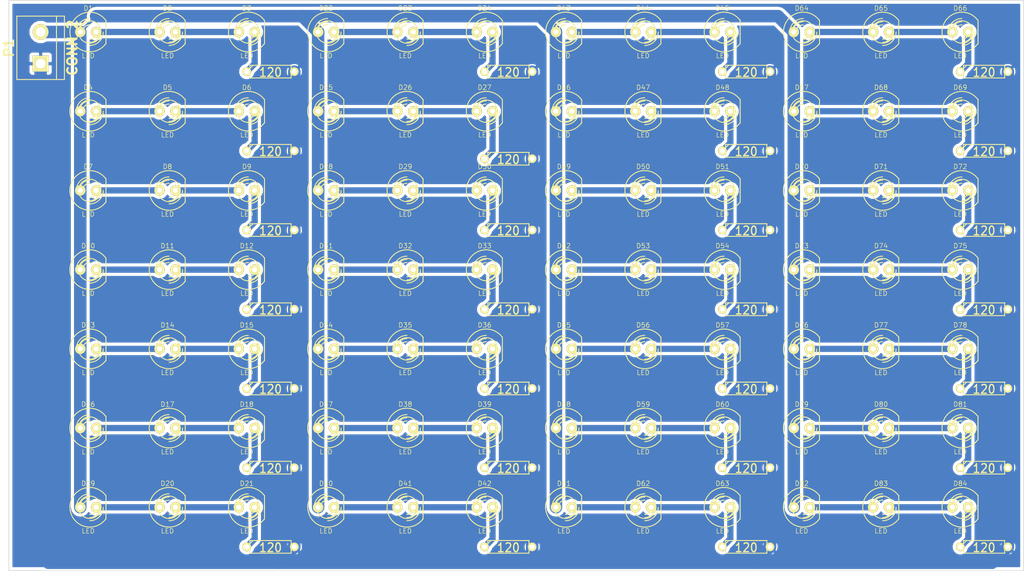
<source format=kicad_pcb>
(kicad_pcb (version 4) (host pcbnew "(2014-12-07 BZR 5316)-product")
  (layers (0 F.Cu signal) (31 B.Cu signal) (34 B.Paste user) (35 F.Paste user) (36 B.SilkS user) (37 F.SilkS user) (38 B.Mask user) (39 F.Mask user) (44 Edge.Cuts user))
  (net 0 "")
  (net 1 +12V)
  (net 2 "Net-(D1-Pad2)")
  (net 3 "Net-(D2-Pad2)")
  (net 4 "Net-(D3-Pad2)")
  (net 5 "Net-(D7-Pad2)")
  (net 6 "Net-(D8-Pad2)")
  (net 7 "Net-(D9-Pad2)")
  (net 8 "Net-(D13-Pad2)")
  (net 9 "Net-(D14-Pad2)")
  (net 10 "Net-(D15-Pad2)")
  (net 11 "Net-(D19-Pad2)")
  (net 12 "Net-(D20-Pad2)")
  (net 13 "Net-(D21-Pad2)")
  (net 14 "Net-(D25-Pad2)")
  (net 15 "Net-(D26-Pad2)")
  (net 16 "Net-(D27-Pad2)")
  (net 17 "Net-(D31-Pad2)")
  (net 18 "Net-(D32-Pad2)")
  (net 19 "Net-(D33-Pad2)")
  (net 20 "Net-(D37-Pad2)")
  (net 21 "Net-(D38-Pad2)")
  (net 22 "Net-(D39-Pad2)")
  (net 23 "Net-(D43-Pad2)")
  (net 24 "Net-(D44-Pad2)")
  (net 25 "Net-(D45-Pad2)")
  (net 26 "Net-(D49-Pad2)")
  (net 27 "Net-(D50-Pad2)")
  (net 28 "Net-(D51-Pad2)")
  (net 29 "Net-(D55-Pad2)")
  (net 30 "Net-(D56-Pad2)")
  (net 31 "Net-(D57-Pad2)")
  (net 32 "Net-(D61-Pad2)")
  (net 33 "Net-(D62-Pad2)")
  (net 34 "Net-(D63-Pad2)")
  (net 35 "Net-(D67-Pad2)")
  (net 36 "Net-(D68-Pad2)")
  (net 37 "Net-(D69-Pad2)")
  (net 38 "Net-(D73-Pad2)")
  (net 39 "Net-(D74-Pad2)")
  (net 40 "Net-(D75-Pad2)")
  (net 41 "Net-(D79-Pad2)")
  (net 42 "Net-(D80-Pad2)")
  (net 43 "Net-(D81-Pad2)")
  (net 44 GND)
  (net 45 "Net-(D4-Pad2)")
  (net 46 "Net-(D5-Pad2)")
  (net 47 "Net-(D6-Pad2)")
  (net 48 "Net-(D10-Pad2)")
  (net 49 "Net-(D11-Pad2)")
  (net 50 "Net-(D12-Pad2)")
  (net 51 "Net-(D16-Pad2)")
  (net 52 "Net-(D17-Pad2)")
  (net 53 "Net-(D18-Pad2)")
  (net 54 "Net-(D22-Pad2)")
  (net 55 "Net-(D23-Pad2)")
  (net 56 "Net-(D24-Pad2)")
  (net 57 "Net-(D28-Pad2)")
  (net 58 "Net-(D29-Pad2)")
  (net 59 "Net-(D30-Pad2)")
  (net 60 "Net-(D34-Pad2)")
  (net 61 "Net-(D35-Pad2)")
  (net 62 "Net-(D36-Pad2)")
  (net 63 "Net-(D40-Pad2)")
  (net 64 "Net-(D41-Pad2)")
  (net 65 "Net-(D42-Pad2)")
  (net 66 "Net-(D46-Pad2)")
  (net 67 "Net-(D47-Pad2)")
  (net 68 "Net-(D48-Pad2)")
  (net 69 "Net-(D52-Pad2)")
  (net 70 "Net-(D53-Pad2)")
  (net 71 "Net-(D54-Pad2)")
  (net 72 "Net-(D58-Pad2)")
  (net 73 "Net-(D59-Pad2)")
  (net 74 "Net-(D60-Pad2)")
  (net 75 "Net-(D64-Pad2)")
  (net 76 "Net-(D65-Pad2)")
  (net 77 "Net-(D66-Pad2)")
  (net 78 "Net-(D70-Pad2)")
  (net 79 "Net-(D71-Pad2)")
  (net 80 "Net-(D72-Pad2)")
  (net 81 "Net-(D76-Pad2)")
  (net 82 "Net-(D77-Pad2)")
  (net 83 "Net-(D78-Pad2)")
  (net 84 "Net-(D82-Pad2)")
  (net 85 "Net-(D83-Pad2)")
  (net 86 "Net-(D84-Pad2)")
  (module LEDs:LED-5MM (layer F.Cu) (at 114.3 60.96)
    (fp_text reference D32 (at 0 -3.81) (layer F.SilkS) (effects (font (size 0.762 0.762) (thickness 0.0889))))
    (fp_text value LED (at 0 3.81) (layer F.SilkS) (effects (font (size 0.762 0.762) (thickness 0.0889))))
    (pad 1 thru_hole circle (at -1.27 0) (size 1.6764 1.6764) (drill 0.8128) (layers *.Cu *.Mask F.SilkS) (net 17 "Net-(D31-Pad2)"))
    (pad 2 thru_hole circle (at 1.27 0) (size 1.6764 1.6764) (drill 0.8128) (layers *.Cu *.Mask F.SilkS) (net 18 "Net-(D32-Pad2)"))
  )
  (module LEDs:LED-5MM (layer F.Cu) (at 63.5 22.86)
    (fp_text reference D1 (at 0 -3.81) (layer F.SilkS) (effects (font (size 0.762 0.762) (thickness 0.0889))))
    (fp_text value LED (at 0 3.81) (layer F.SilkS) (effects (font (size 0.762 0.762) (thickness 0.0889))))
    (pad 1 thru_hole circle (at -1.27 0) (size 1.6764 1.6764) (drill 0.8128) (layers *.Cu *.Mask F.SilkS) (net 1 +12V))
    (pad 2 thru_hole circle (at 1.27 0) (size 1.6764 1.6764) (drill 0.8128) (layers *.Cu *.Mask F.SilkS) (net 2 "Net-(D1-Pad2)"))
  )
  (module LEDs:LED-5MM (layer F.Cu) (at 76.2 22.86)
    (fp_text reference D2 (at 0 -3.81) (layer F.SilkS) (effects (font (size 0.762 0.762) (thickness 0.0889))))
    (fp_text value LED (at 0 3.81) (layer F.SilkS) (effects (font (size 0.762 0.762) (thickness 0.0889))))
    (pad 1 thru_hole circle (at -1.27 0) (size 1.6764 1.6764) (drill 0.8128) (layers *.Cu *.Mask F.SilkS) (net 2 "Net-(D1-Pad2)"))
    (pad 2 thru_hole circle (at 1.27 0) (size 1.6764 1.6764) (drill 0.8128) (layers *.Cu *.Mask F.SilkS) (net 3 "Net-(D2-Pad2)"))
  )
  (module LEDs:LED-5MM (layer F.Cu) (at 88.9 22.86)
    (fp_text reference D3 (at 0 -3.81) (layer F.SilkS) (effects (font (size 0.762 0.762) (thickness 0.0889))))
    (fp_text value LED (at 0 3.81) (layer F.SilkS) (effects (font (size 0.762 0.762) (thickness 0.0889))))
    (pad 1 thru_hole circle (at -1.27 0) (size 1.6764 1.6764) (drill 0.8128) (layers *.Cu *.Mask F.SilkS) (net 3 "Net-(D2-Pad2)"))
    (pad 2 thru_hole circle (at 1.27 0) (size 1.6764 1.6764) (drill 0.8128) (layers *.Cu *.Mask F.SilkS) (net 4 "Net-(D3-Pad2)"))
  )
  (module LEDs:LED-5MM (layer F.Cu) (at 63.5 48.26)
    (fp_text reference D7 (at 0 -3.81) (layer F.SilkS) (effects (font (size 0.762 0.762) (thickness 0.0889))))
    (fp_text value LED (at 0 3.81) (layer F.SilkS) (effects (font (size 0.762 0.762) (thickness 0.0889))))
    (pad 1 thru_hole circle (at -1.27 0) (size 1.6764 1.6764) (drill 0.8128) (layers *.Cu *.Mask F.SilkS) (net 1 +12V))
    (pad 2 thru_hole circle (at 1.27 0) (size 1.6764 1.6764) (drill 0.8128) (layers *.Cu *.Mask F.SilkS) (net 5 "Net-(D7-Pad2)"))
  )
  (module LEDs:LED-5MM (layer F.Cu) (at 76.2 48.26)
    (fp_text reference D8 (at 0 -3.81) (layer F.SilkS) (effects (font (size 0.762 0.762) (thickness 0.0889))))
    (fp_text value LED (at 0 3.81) (layer F.SilkS) (effects (font (size 0.762 0.762) (thickness 0.0889))))
    (pad 1 thru_hole circle (at -1.27 0) (size 1.6764 1.6764) (drill 0.8128) (layers *.Cu *.Mask F.SilkS) (net 5 "Net-(D7-Pad2)"))
    (pad 2 thru_hole circle (at 1.27 0) (size 1.6764 1.6764) (drill 0.8128) (layers *.Cu *.Mask F.SilkS) (net 6 "Net-(D8-Pad2)"))
  )
  (module LEDs:LED-5MM (layer F.Cu) (at 88.9 48.26)
    (fp_text reference D9 (at 0 -3.81) (layer F.SilkS) (effects (font (size 0.762 0.762) (thickness 0.0889))))
    (fp_text value LED (at 0 3.81) (layer F.SilkS) (effects (font (size 0.762 0.762) (thickness 0.0889))))
    (pad 1 thru_hole circle (at -1.27 0) (size 1.6764 1.6764) (drill 0.8128) (layers *.Cu *.Mask F.SilkS) (net 6 "Net-(D8-Pad2)"))
    (pad 2 thru_hole circle (at 1.27 0) (size 1.6764 1.6764) (drill 0.8128) (layers *.Cu *.Mask F.SilkS) (net 7 "Net-(D9-Pad2)"))
  )
  (module LEDs:LED-5MM (layer F.Cu) (at 63.5 73.66)
    (fp_text reference D13 (at 0 -3.81) (layer F.SilkS) (effects (font (size 0.762 0.762) (thickness 0.0889))))
    (fp_text value LED (at 0 3.81) (layer F.SilkS) (effects (font (size 0.762 0.762) (thickness 0.0889))))
    (pad 1 thru_hole circle (at -1.27 0) (size 1.6764 1.6764) (drill 0.8128) (layers *.Cu *.Mask F.SilkS) (net 1 +12V))
    (pad 2 thru_hole circle (at 1.27 0) (size 1.6764 1.6764) (drill 0.8128) (layers *.Cu *.Mask F.SilkS) (net 8 "Net-(D13-Pad2)"))
  )
  (module LEDs:LED-5MM (layer F.Cu) (at 76.2 73.66)
    (fp_text reference D14 (at 0 -3.81) (layer F.SilkS) (effects (font (size 0.762 0.762) (thickness 0.0889))))
    (fp_text value LED (at 0 3.81) (layer F.SilkS) (effects (font (size 0.762 0.762) (thickness 0.0889))))
    (pad 1 thru_hole circle (at -1.27 0) (size 1.6764 1.6764) (drill 0.8128) (layers *.Cu *.Mask F.SilkS) (net 8 "Net-(D13-Pad2)"))
    (pad 2 thru_hole circle (at 1.27 0) (size 1.6764 1.6764) (drill 0.8128) (layers *.Cu *.Mask F.SilkS) (net 9 "Net-(D14-Pad2)"))
  )
  (module LEDs:LED-5MM (layer F.Cu) (at 88.9 73.66)
    (fp_text reference D15 (at 0 -3.81) (layer F.SilkS) (effects (font (size 0.762 0.762) (thickness 0.0889))))
    (fp_text value LED (at 0 3.81) (layer F.SilkS) (effects (font (size 0.762 0.762) (thickness 0.0889))))
    (pad 1 thru_hole circle (at -1.27 0) (size 1.6764 1.6764) (drill 0.8128) (layers *.Cu *.Mask F.SilkS) (net 9 "Net-(D14-Pad2)"))
    (pad 2 thru_hole circle (at 1.27 0) (size 1.6764 1.6764) (drill 0.8128) (layers *.Cu *.Mask F.SilkS) (net 10 "Net-(D15-Pad2)"))
  )
  (module LEDs:LED-5MM (layer F.Cu) (at 63.5 99.06)
    (fp_text reference D19 (at 0 -3.81) (layer F.SilkS) (effects (font (size 0.762 0.762) (thickness 0.0889))))
    (fp_text value LED (at 0 3.81) (layer F.SilkS) (effects (font (size 0.762 0.762) (thickness 0.0889))))
    (pad 1 thru_hole circle (at -1.27 0) (size 1.6764 1.6764) (drill 0.8128) (layers *.Cu *.Mask F.SilkS) (net 1 +12V))
    (pad 2 thru_hole circle (at 1.27 0) (size 1.6764 1.6764) (drill 0.8128) (layers *.Cu *.Mask F.SilkS) (net 11 "Net-(D19-Pad2)"))
  )
  (module LEDs:LED-5MM (layer F.Cu) (at 76.2 99.06)
    (fp_text reference D20 (at 0 -3.81) (layer F.SilkS) (effects (font (size 0.762 0.762) (thickness 0.0889))))
    (fp_text value LED (at 0 3.81) (layer F.SilkS) (effects (font (size 0.762 0.762) (thickness 0.0889))))
    (pad 1 thru_hole circle (at -1.27 0) (size 1.6764 1.6764) (drill 0.8128) (layers *.Cu *.Mask F.SilkS) (net 11 "Net-(D19-Pad2)"))
    (pad 2 thru_hole circle (at 1.27 0) (size 1.6764 1.6764) (drill 0.8128) (layers *.Cu *.Mask F.SilkS) (net 12 "Net-(D20-Pad2)"))
  )
  (module LEDs:LED-5MM (layer F.Cu) (at 88.9 99.06)
    (fp_text reference D21 (at 0 -3.81) (layer F.SilkS) (effects (font (size 0.762 0.762) (thickness 0.0889))))
    (fp_text value LED (at 0 3.81) (layer F.SilkS) (effects (font (size 0.762 0.762) (thickness 0.0889))))
    (pad 1 thru_hole circle (at -1.27 0) (size 1.6764 1.6764) (drill 0.8128) (layers *.Cu *.Mask F.SilkS) (net 12 "Net-(D20-Pad2)"))
    (pad 2 thru_hole circle (at 1.27 0) (size 1.6764 1.6764) (drill 0.8128) (layers *.Cu *.Mask F.SilkS) (net 13 "Net-(D21-Pad2)"))
  )
  (module LEDs:LED-5MM (layer F.Cu) (at 101.6 35.56)
    (fp_text reference D25 (at 0 -3.81) (layer F.SilkS) (effects (font (size 0.762 0.762) (thickness 0.0889))))
    (fp_text value LED (at 0 3.81) (layer F.SilkS) (effects (font (size 0.762 0.762) (thickness 0.0889))))
    (pad 1 thru_hole circle (at -1.27 0) (size 1.6764 1.6764) (drill 0.8128) (layers *.Cu *.Mask F.SilkS) (net 1 +12V))
    (pad 2 thru_hole circle (at 1.27 0) (size 1.6764 1.6764) (drill 0.8128) (layers *.Cu *.Mask F.SilkS) (net 14 "Net-(D25-Pad2)"))
  )
  (module LEDs:LED-5MM (layer F.Cu) (at 114.3 35.56)
    (fp_text reference D26 (at 0 -3.81) (layer F.SilkS) (effects (font (size 0.762 0.762) (thickness 0.0889))))
    (fp_text value LED (at 0 3.81) (layer F.SilkS) (effects (font (size 0.762 0.762) (thickness 0.0889))))
    (pad 1 thru_hole circle (at -1.27 0) (size 1.6764 1.6764) (drill 0.8128) (layers *.Cu *.Mask F.SilkS) (net 14 "Net-(D25-Pad2)"))
    (pad 2 thru_hole circle (at 1.27 0) (size 1.6764 1.6764) (drill 0.8128) (layers *.Cu *.Mask F.SilkS) (net 15 "Net-(D26-Pad2)"))
  )
  (module LEDs:LED-5MM (layer F.Cu) (at 127 35.56)
    (fp_text reference D27 (at 0 -3.81) (layer F.SilkS) (effects (font (size 0.762 0.762) (thickness 0.0889))))
    (fp_text value LED (at 0 3.81) (layer F.SilkS) (effects (font (size 0.762 0.762) (thickness 0.0889))))
    (pad 1 thru_hole circle (at -1.27 0) (size 1.6764 1.6764) (drill 0.8128) (layers *.Cu *.Mask F.SilkS) (net 15 "Net-(D26-Pad2)"))
    (pad 2 thru_hole circle (at 1.27 0) (size 1.6764 1.6764) (drill 0.8128) (layers *.Cu *.Mask F.SilkS) (net 16 "Net-(D27-Pad2)"))
  )
  (module LEDs:LED-5MM (layer F.Cu) (at 101.6 60.96)
    (fp_text reference D31 (at 0 -3.81) (layer F.SilkS) (effects (font (size 0.762 0.762) (thickness 0.0889))))
    (fp_text value LED (at 0 3.81) (layer F.SilkS) (effects (font (size 0.762 0.762) (thickness 0.0889))))
    (pad 1 thru_hole circle (at -1.27 0) (size 1.6764 1.6764) (drill 0.8128) (layers *.Cu *.Mask F.SilkS) (net 1 +12V))
    (pad 2 thru_hole circle (at 1.27 0) (size 1.6764 1.6764) (drill 0.8128) (layers *.Cu *.Mask F.SilkS) (net 17 "Net-(D31-Pad2)"))
  )
  (module LEDs:LED-5MM (layer F.Cu) (at 127 60.96)
    (fp_text reference D33 (at 0 -3.81) (layer F.SilkS) (effects (font (size 0.762 0.762) (thickness 0.0889))))
    (fp_text value LED (at 0 3.81) (layer F.SilkS) (effects (font (size 0.762 0.762) (thickness 0.0889))))
    (pad 1 thru_hole circle (at -1.27 0) (size 1.6764 1.6764) (drill 0.8128) (layers *.Cu *.Mask F.SilkS) (net 18 "Net-(D32-Pad2)"))
    (pad 2 thru_hole circle (at 1.27 0) (size 1.6764 1.6764) (drill 0.8128) (layers *.Cu *.Mask F.SilkS) (net 19 "Net-(D33-Pad2)"))
  )
  (module LEDs:LED-5MM (layer F.Cu) (at 101.6 86.36)
    (fp_text reference D37 (at 0 -3.81) (layer F.SilkS) (effects (font (size 0.762 0.762) (thickness 0.0889))))
    (fp_text value LED (at 0 3.81) (layer F.SilkS) (effects (font (size 0.762 0.762) (thickness 0.0889))))
    (pad 1 thru_hole circle (at -1.27 0) (size 1.6764 1.6764) (drill 0.8128) (layers *.Cu *.Mask F.SilkS) (net 1 +12V))
    (pad 2 thru_hole circle (at 1.27 0) (size 1.6764 1.6764) (drill 0.8128) (layers *.Cu *.Mask F.SilkS) (net 20 "Net-(D37-Pad2)"))
  )
  (module LEDs:LED-5MM (layer F.Cu) (at 114.3 86.36)
    (fp_text reference D38 (at 0 -3.81) (layer F.SilkS) (effects (font (size 0.762 0.762) (thickness 0.0889))))
    (fp_text value LED (at 0 3.81) (layer F.SilkS) (effects (font (size 0.762 0.762) (thickness 0.0889))))
    (pad 1 thru_hole circle (at -1.27 0) (size 1.6764 1.6764) (drill 0.8128) (layers *.Cu *.Mask F.SilkS) (net 20 "Net-(D37-Pad2)"))
    (pad 2 thru_hole circle (at 1.27 0) (size 1.6764 1.6764) (drill 0.8128) (layers *.Cu *.Mask F.SilkS) (net 21 "Net-(D38-Pad2)"))
  )
  (module LEDs:LED-5MM (layer F.Cu) (at 127 86.36)
    (fp_text reference D39 (at 0 -3.81) (layer F.SilkS) (effects (font (size 0.762 0.762) (thickness 0.0889))))
    (fp_text value LED (at 0 3.81) (layer F.SilkS) (effects (font (size 0.762 0.762) (thickness 0.0889))))
    (pad 1 thru_hole circle (at -1.27 0) (size 1.6764 1.6764) (drill 0.8128) (layers *.Cu *.Mask F.SilkS) (net 21 "Net-(D38-Pad2)"))
    (pad 2 thru_hole circle (at 1.27 0) (size 1.6764 1.6764) (drill 0.8128) (layers *.Cu *.Mask F.SilkS) (net 22 "Net-(D39-Pad2)"))
  )
  (module LEDs:LED-5MM (layer F.Cu) (at 139.7 22.86)
    (fp_text reference D43 (at 0 -3.81) (layer F.SilkS) (effects (font (size 0.762 0.762) (thickness 0.0889))))
    (fp_text value LED (at 0 3.81) (layer F.SilkS) (effects (font (size 0.762 0.762) (thickness 0.0889))))
    (pad 1 thru_hole circle (at -1.27 0) (size 1.6764 1.6764) (drill 0.8128) (layers *.Cu *.Mask F.SilkS) (net 1 +12V))
    (pad 2 thru_hole circle (at 1.27 0) (size 1.6764 1.6764) (drill 0.8128) (layers *.Cu *.Mask F.SilkS) (net 23 "Net-(D43-Pad2)"))
  )
  (module LEDs:LED-5MM (layer F.Cu) (at 152.4 22.86)
    (fp_text reference D44 (at 0 -3.81) (layer F.SilkS) (effects (font (size 0.762 0.762) (thickness 0.0889))))
    (fp_text value LED (at 0 3.81) (layer F.SilkS) (effects (font (size 0.762 0.762) (thickness 0.0889))))
    (pad 1 thru_hole circle (at -1.27 0) (size 1.6764 1.6764) (drill 0.8128) (layers *.Cu *.Mask F.SilkS) (net 23 "Net-(D43-Pad2)"))
    (pad 2 thru_hole circle (at 1.27 0) (size 1.6764 1.6764) (drill 0.8128) (layers *.Cu *.Mask F.SilkS) (net 24 "Net-(D44-Pad2)"))
  )
  (module LEDs:LED-5MM (layer F.Cu) (at 165.1 22.86)
    (fp_text reference D45 (at 0 -3.81) (layer F.SilkS) (effects (font (size 0.762 0.762) (thickness 0.0889))))
    (fp_text value LED (at 0 3.81) (layer F.SilkS) (effects (font (size 0.762 0.762) (thickness 0.0889))))
    (pad 1 thru_hole circle (at -1.27 0) (size 1.6764 1.6764) (drill 0.8128) (layers *.Cu *.Mask F.SilkS) (net 24 "Net-(D44-Pad2)"))
    (pad 2 thru_hole circle (at 1.27 0) (size 1.6764 1.6764) (drill 0.8128) (layers *.Cu *.Mask F.SilkS) (net 25 "Net-(D45-Pad2)"))
  )
  (module LEDs:LED-5MM (layer F.Cu) (at 139.7 48.26)
    (fp_text reference D49 (at 0 -3.81) (layer F.SilkS) (effects (font (size 0.762 0.762) (thickness 0.0889))))
    (fp_text value LED (at 0 3.81) (layer F.SilkS) (effects (font (size 0.762 0.762) (thickness 0.0889))))
    (pad 1 thru_hole circle (at -1.27 0) (size 1.6764 1.6764) (drill 0.8128) (layers *.Cu *.Mask F.SilkS) (net 1 +12V))
    (pad 2 thru_hole circle (at 1.27 0) (size 1.6764 1.6764) (drill 0.8128) (layers *.Cu *.Mask F.SilkS) (net 26 "Net-(D49-Pad2)"))
  )
  (module LEDs:LED-5MM (layer F.Cu) (at 152.4 48.26)
    (fp_text reference D50 (at 0 -3.81) (layer F.SilkS) (effects (font (size 0.762 0.762) (thickness 0.0889))))
    (fp_text value LED (at 0 3.81) (layer F.SilkS) (effects (font (size 0.762 0.762) (thickness 0.0889))))
    (pad 1 thru_hole circle (at -1.27 0) (size 1.6764 1.6764) (drill 0.8128) (layers *.Cu *.Mask F.SilkS) (net 26 "Net-(D49-Pad2)"))
    (pad 2 thru_hole circle (at 1.27 0) (size 1.6764 1.6764) (drill 0.8128) (layers *.Cu *.Mask F.SilkS) (net 27 "Net-(D50-Pad2)"))
  )
  (module LEDs:LED-5MM (layer F.Cu) (at 165.1 48.26)
    (fp_text reference D51 (at 0 -3.81) (layer F.SilkS) (effects (font (size 0.762 0.762) (thickness 0.0889))))
    (fp_text value LED (at 0 3.81) (layer F.SilkS) (effects (font (size 0.762 0.762) (thickness 0.0889))))
    (pad 1 thru_hole circle (at -1.27 0) (size 1.6764 1.6764) (drill 0.8128) (layers *.Cu *.Mask F.SilkS) (net 27 "Net-(D50-Pad2)"))
    (pad 2 thru_hole circle (at 1.27 0) (size 1.6764 1.6764) (drill 0.8128) (layers *.Cu *.Mask F.SilkS) (net 28 "Net-(D51-Pad2)"))
  )
  (module LEDs:LED-5MM (layer F.Cu) (at 139.7 73.66)
    (fp_text reference D55 (at 0 -3.81) (layer F.SilkS) (effects (font (size 0.762 0.762) (thickness 0.0889))))
    (fp_text value LED (at 0 3.81) (layer F.SilkS) (effects (font (size 0.762 0.762) (thickness 0.0889))))
    (pad 1 thru_hole circle (at -1.27 0) (size 1.6764 1.6764) (drill 0.8128) (layers *.Cu *.Mask F.SilkS) (net 1 +12V))
    (pad 2 thru_hole circle (at 1.27 0) (size 1.6764 1.6764) (drill 0.8128) (layers *.Cu *.Mask F.SilkS) (net 29 "Net-(D55-Pad2)"))
  )
  (module LEDs:LED-5MM (layer F.Cu) (at 152.4 73.66)
    (fp_text reference D56 (at 0 -3.81) (layer F.SilkS) (effects (font (size 0.762 0.762) (thickness 0.0889))))
    (fp_text value LED (at 0 3.81) (layer F.SilkS) (effects (font (size 0.762 0.762) (thickness 0.0889))))
    (pad 1 thru_hole circle (at -1.27 0) (size 1.6764 1.6764) (drill 0.8128) (layers *.Cu *.Mask F.SilkS) (net 29 "Net-(D55-Pad2)"))
    (pad 2 thru_hole circle (at 1.27 0) (size 1.6764 1.6764) (drill 0.8128) (layers *.Cu *.Mask F.SilkS) (net 30 "Net-(D56-Pad2)"))
  )
  (module LEDs:LED-5MM (layer F.Cu) (at 165.1 73.66)
    (fp_text reference D57 (at 0 -3.81) (layer F.SilkS) (effects (font (size 0.762 0.762) (thickness 0.0889))))
    (fp_text value LED (at 0 3.81) (layer F.SilkS) (effects (font (size 0.762 0.762) (thickness 0.0889))))
    (pad 1 thru_hole circle (at -1.27 0) (size 1.6764 1.6764) (drill 0.8128) (layers *.Cu *.Mask F.SilkS) (net 30 "Net-(D56-Pad2)"))
    (pad 2 thru_hole circle (at 1.27 0) (size 1.6764 1.6764) (drill 0.8128) (layers *.Cu *.Mask F.SilkS) (net 31 "Net-(D57-Pad2)"))
  )
  (module LEDs:LED-5MM (layer F.Cu) (at 139.7 99.06)
    (fp_text reference D61 (at 0 -3.81) (layer F.SilkS) (effects (font (size 0.762 0.762) (thickness 0.0889))))
    (fp_text value LED (at 0 3.81) (layer F.SilkS) (effects (font (size 0.762 0.762) (thickness 0.0889))))
    (pad 1 thru_hole circle (at -1.27 0) (size 1.6764 1.6764) (drill 0.8128) (layers *.Cu *.Mask F.SilkS) (net 1 +12V))
    (pad 2 thru_hole circle (at 1.27 0) (size 1.6764 1.6764) (drill 0.8128) (layers *.Cu *.Mask F.SilkS) (net 32 "Net-(D61-Pad2)"))
  )
  (module LEDs:LED-5MM (layer F.Cu) (at 152.4 99.06)
    (fp_text reference D62 (at 0 -3.81) (layer F.SilkS) (effects (font (size 0.762 0.762) (thickness 0.0889))))
    (fp_text value LED (at 0 3.81) (layer F.SilkS) (effects (font (size 0.762 0.762) (thickness 0.0889))))
    (pad 1 thru_hole circle (at -1.27 0) (size 1.6764 1.6764) (drill 0.8128) (layers *.Cu *.Mask F.SilkS) (net 32 "Net-(D61-Pad2)"))
    (pad 2 thru_hole circle (at 1.27 0) (size 1.6764 1.6764) (drill 0.8128) (layers *.Cu *.Mask F.SilkS) (net 33 "Net-(D62-Pad2)"))
  )
  (module LEDs:LED-5MM (layer F.Cu) (at 165.1 99.06)
    (fp_text reference D63 (at 0 -3.81) (layer F.SilkS) (effects (font (size 0.762 0.762) (thickness 0.0889))))
    (fp_text value LED (at 0 3.81) (layer F.SilkS) (effects (font (size 0.762 0.762) (thickness 0.0889))))
    (pad 1 thru_hole circle (at -1.27 0) (size 1.6764 1.6764) (drill 0.8128) (layers *.Cu *.Mask F.SilkS) (net 33 "Net-(D62-Pad2)"))
    (pad 2 thru_hole circle (at 1.27 0) (size 1.6764 1.6764) (drill 0.8128) (layers *.Cu *.Mask F.SilkS) (net 34 "Net-(D63-Pad2)"))
  )
  (module LEDs:LED-5MM (layer F.Cu) (at 177.8 35.56)
    (fp_text reference D67 (at 0 -3.81) (layer F.SilkS) (effects (font (size 0.762 0.762) (thickness 0.0889))))
    (fp_text value LED (at 0 3.81) (layer F.SilkS) (effects (font (size 0.762 0.762) (thickness 0.0889))))
    (pad 1 thru_hole circle (at -1.27 0) (size 1.6764 1.6764) (drill 0.8128) (layers *.Cu *.Mask F.SilkS) (net 1 +12V))
    (pad 2 thru_hole circle (at 1.27 0) (size 1.6764 1.6764) (drill 0.8128) (layers *.Cu *.Mask F.SilkS) (net 35 "Net-(D67-Pad2)"))
  )
  (module LEDs:LED-5MM (layer F.Cu) (at 190.5 35.56)
    (fp_text reference D68 (at 0 -3.81) (layer F.SilkS) (effects (font (size 0.762 0.762) (thickness 0.0889))))
    (fp_text value LED (at 0 3.81) (layer F.SilkS) (effects (font (size 0.762 0.762) (thickness 0.0889))))
    (pad 1 thru_hole circle (at -1.27 0) (size 1.6764 1.6764) (drill 0.8128) (layers *.Cu *.Mask F.SilkS) (net 35 "Net-(D67-Pad2)"))
    (pad 2 thru_hole circle (at 1.27 0) (size 1.6764 1.6764) (drill 0.8128) (layers *.Cu *.Mask F.SilkS) (net 36 "Net-(D68-Pad2)"))
  )
  (module LEDs:LED-5MM (layer F.Cu) (at 203.2 35.56)
    (fp_text reference D69 (at 0 -3.81) (layer F.SilkS) (effects (font (size 0.762 0.762) (thickness 0.0889))))
    (fp_text value LED (at 0 3.81) (layer F.SilkS) (effects (font (size 0.762 0.762) (thickness 0.0889))))
    (pad 1 thru_hole circle (at -1.27 0) (size 1.6764 1.6764) (drill 0.8128) (layers *.Cu *.Mask F.SilkS) (net 36 "Net-(D68-Pad2)"))
    (pad 2 thru_hole circle (at 1.27 0) (size 1.6764 1.6764) (drill 0.8128) (layers *.Cu *.Mask F.SilkS) (net 37 "Net-(D69-Pad2)"))
  )
  (module LEDs:LED-5MM (layer F.Cu) (at 177.8 60.96)
    (fp_text reference D73 (at 0 -3.81) (layer F.SilkS) (effects (font (size 0.762 0.762) (thickness 0.0889))))
    (fp_text value LED (at 0 3.81) (layer F.SilkS) (effects (font (size 0.762 0.762) (thickness 0.0889))))
    (pad 1 thru_hole circle (at -1.27 0) (size 1.6764 1.6764) (drill 0.8128) (layers *.Cu *.Mask F.SilkS) (net 1 +12V))
    (pad 2 thru_hole circle (at 1.27 0) (size 1.6764 1.6764) (drill 0.8128) (layers *.Cu *.Mask F.SilkS) (net 38 "Net-(D73-Pad2)"))
  )
  (module LEDs:LED-5MM (layer F.Cu) (at 190.5 60.96)
    (fp_text reference D74 (at 0 -3.81) (layer F.SilkS) (effects (font (size 0.762 0.762) (thickness 0.0889))))
    (fp_text value LED (at 0 3.81) (layer F.SilkS) (effects (font (size 0.762 0.762) (thickness 0.0889))))
    (pad 1 thru_hole circle (at -1.27 0) (size 1.6764 1.6764) (drill 0.8128) (layers *.Cu *.Mask F.SilkS) (net 38 "Net-(D73-Pad2)"))
    (pad 2 thru_hole circle (at 1.27 0) (size 1.6764 1.6764) (drill 0.8128) (layers *.Cu *.Mask F.SilkS) (net 39 "Net-(D74-Pad2)"))
  )
  (module LEDs:LED-5MM (layer F.Cu) (at 203.2 60.96)
    (fp_text reference D75 (at 0 -3.81) (layer F.SilkS) (effects (font (size 0.762 0.762) (thickness 0.0889))))
    (fp_text value LED (at 0 3.81) (layer F.SilkS) (effects (font (size 0.762 0.762) (thickness 0.0889))))
    (pad 1 thru_hole circle (at -1.27 0) (size 1.6764 1.6764) (drill 0.8128) (layers *.Cu *.Mask F.SilkS) (net 39 "Net-(D74-Pad2)"))
    (pad 2 thru_hole circle (at 1.27 0) (size 1.6764 1.6764) (drill 0.8128) (layers *.Cu *.Mask F.SilkS) (net 40 "Net-(D75-Pad2)"))
  )
  (module LEDs:LED-5MM (layer F.Cu) (at 177.8 86.36)
    (fp_text reference D79 (at 0 -3.81) (layer F.SilkS) (effects (font (size 0.762 0.762) (thickness 0.0889))))
    (fp_text value LED (at 0 3.81) (layer F.SilkS) (effects (font (size 0.762 0.762) (thickness 0.0889))))
    (pad 1 thru_hole circle (at -1.27 0) (size 1.6764 1.6764) (drill 0.8128) (layers *.Cu *.Mask F.SilkS) (net 1 +12V))
    (pad 2 thru_hole circle (at 1.27 0) (size 1.6764 1.6764) (drill 0.8128) (layers *.Cu *.Mask F.SilkS) (net 41 "Net-(D79-Pad2)"))
  )
  (module LEDs:LED-5MM (layer F.Cu) (at 190.5 86.36)
    (fp_text reference D80 (at 0 -3.81) (layer F.SilkS) (effects (font (size 0.762 0.762) (thickness 0.0889))))
    (fp_text value LED (at 0 3.81) (layer F.SilkS) (effects (font (size 0.762 0.762) (thickness 0.0889))))
    (pad 1 thru_hole circle (at -1.27 0) (size 1.6764 1.6764) (drill 0.8128) (layers *.Cu *.Mask F.SilkS) (net 41 "Net-(D79-Pad2)"))
    (pad 2 thru_hole circle (at 1.27 0) (size 1.6764 1.6764) (drill 0.8128) (layers *.Cu *.Mask F.SilkS) (net 42 "Net-(D80-Pad2)"))
  )
  (module LEDs:LED-5MM (layer F.Cu) (at 203.2 86.36)
    (fp_text reference D81 (at 0 -3.81) (layer F.SilkS) (effects (font (size 0.762 0.762) (thickness 0.0889))))
    (fp_text value LED (at 0 3.81) (layer F.SilkS) (effects (font (size 0.762 0.762) (thickness 0.0889))))
    (pad 1 thru_hole circle (at -1.27 0) (size 1.6764 1.6764) (drill 0.8128) (layers *.Cu *.Mask F.SilkS) (net 42 "Net-(D80-Pad2)"))
    (pad 2 thru_hole circle (at 1.27 0) (size 1.6764 1.6764) (drill 0.8128) (layers *.Cu *.Mask F.SilkS) (net 43 "Net-(D81-Pad2)"))
  )
  (module Connect:bornier2 (layer F.Cu) (at 55.88 25.4 90)
    (fp_text reference P1 (at 0 -5.08 90) (layer F.SilkS) (effects (font (thickness 0.3048))))
    (fp_text value CONN_2 (at 0 5.08 90) (layer F.SilkS) (effects (font (thickness 0.3048))))
    (pad 1 thru_hole rect (at -2.54 0 90) (size 2.54 2.54) (drill 1.524) (layers *.Cu *.Mask F.SilkS) (net 44 GND))
    (pad 2 thru_hole circle (at 2.54 0 90) (size 2.54 2.54) (drill 1.524) (layers *.Cu *.Mask F.SilkS) (net 1 +12V))
  )
  (module Discret:R3 (layer F.Cu) (at 92.71 29.21)
    (fp_text reference R1 hide)
    (fp_text value 120 (at 0 0.127) (layer F.SilkS) (effects (font (size 1.397 1.27) (thickness 0.2032))))
    (pad 1 thru_hole circle (at -3.81 0) (size 1.397 1.397) (drill 0.8128) (layers *.Cu *.Mask F.SilkS) (net 4 "Net-(D3-Pad2)"))
    (pad 2 thru_hole circle (at 3.81 0) (size 1.397 1.397) (drill 0.8128) (layers *.Cu *.Mask F.SilkS) (net 44 GND))
  )
  (module Discret:R3 (layer F.Cu) (at 92.71 54.61)
    (fp_text reference R3 hide)
    (fp_text value 120 (at 0 0.127) (layer F.SilkS) (effects (font (size 1.397 1.27) (thickness 0.2032))))
    (pad 1 thru_hole circle (at -3.81 0) (size 1.397 1.397) (drill 0.8128) (layers *.Cu *.Mask F.SilkS) (net 7 "Net-(D9-Pad2)"))
    (pad 2 thru_hole circle (at 3.81 0) (size 1.397 1.397) (drill 0.8128) (layers *.Cu *.Mask F.SilkS) (net 44 GND))
  )
  (module Discret:R3 (layer F.Cu) (at 92.71 80.01)
    (fp_text reference R5 hide)
    (fp_text value 120 (at 0 0.127) (layer F.SilkS) (effects (font (size 1.397 1.27) (thickness 0.2032))))
    (pad 1 thru_hole circle (at -3.81 0) (size 1.397 1.397) (drill 0.8128) (layers *.Cu *.Mask F.SilkS) (net 10 "Net-(D15-Pad2)"))
    (pad 2 thru_hole circle (at 3.81 0) (size 1.397 1.397) (drill 0.8128) (layers *.Cu *.Mask F.SilkS) (net 44 GND))
  )
  (module Discret:R3 (layer F.Cu) (at 92.71 105.41)
    (fp_text reference R7 hide)
    (fp_text value 120 (at 0 0.127) (layer F.SilkS) (effects (font (size 1.397 1.27) (thickness 0.2032))))
    (pad 1 thru_hole circle (at -3.81 0) (size 1.397 1.397) (drill 0.8128) (layers *.Cu *.Mask F.SilkS) (net 13 "Net-(D21-Pad2)"))
    (pad 2 thru_hole circle (at 3.81 0) (size 1.397 1.397) (drill 0.8128) (layers *.Cu *.Mask F.SilkS) (net 44 GND))
  )
  (module Discret:R3 (layer F.Cu) (at 130.81 43.18)
    (fp_text reference R9 hide)
    (fp_text value 120 (at 0 0.127) (layer F.SilkS) (effects (font (size 1.397 1.27) (thickness 0.2032))))
    (pad 1 thru_hole circle (at -3.81 0) (size 1.397 1.397) (drill 0.8128) (layers *.Cu *.Mask F.SilkS) (net 16 "Net-(D27-Pad2)"))
    (pad 2 thru_hole circle (at 3.81 0) (size 1.397 1.397) (drill 0.8128) (layers *.Cu *.Mask F.SilkS) (net 44 GND))
  )
  (module Discret:R3 (layer F.Cu) (at 130.81 67.31)
    (fp_text reference R11 hide)
    (fp_text value 120 (at 0 0.127) (layer F.SilkS) (effects (font (size 1.397 1.27) (thickness 0.2032))))
    (pad 1 thru_hole circle (at -3.81 0) (size 1.397 1.397) (drill 0.8128) (layers *.Cu *.Mask F.SilkS) (net 19 "Net-(D33-Pad2)"))
    (pad 2 thru_hole circle (at 3.81 0) (size 1.397 1.397) (drill 0.8128) (layers *.Cu *.Mask F.SilkS) (net 44 GND))
  )
  (module Discret:R3 (layer F.Cu) (at 130.81 92.71)
    (fp_text reference R13 hide)
    (fp_text value 120 (at 0 0.127) (layer F.SilkS) (effects (font (size 1.397 1.27) (thickness 0.2032))))
    (pad 1 thru_hole circle (at -3.81 0) (size 1.397 1.397) (drill 0.8128) (layers *.Cu *.Mask F.SilkS) (net 22 "Net-(D39-Pad2)"))
    (pad 2 thru_hole circle (at 3.81 0) (size 1.397 1.397) (drill 0.8128) (layers *.Cu *.Mask F.SilkS) (net 44 GND))
  )
  (module Discret:R3 (layer F.Cu) (at 168.91 29.21)
    (fp_text reference R15 hide)
    (fp_text value 120 (at 0 0.127) (layer F.SilkS) (effects (font (size 1.397 1.27) (thickness 0.2032))))
    (pad 1 thru_hole circle (at -3.81 0) (size 1.397 1.397) (drill 0.8128) (layers *.Cu *.Mask F.SilkS) (net 25 "Net-(D45-Pad2)"))
    (pad 2 thru_hole circle (at 3.81 0) (size 1.397 1.397) (drill 0.8128) (layers *.Cu *.Mask F.SilkS) (net 44 GND))
  )
  (module Discret:R3 (layer F.Cu) (at 168.91 54.61)
    (fp_text reference R17 hide)
    (fp_text value 120 (at 0 0.127) (layer F.SilkS) (effects (font (size 1.397 1.27) (thickness 0.2032))))
    (pad 1 thru_hole circle (at -3.81 0) (size 1.397 1.397) (drill 0.8128) (layers *.Cu *.Mask F.SilkS) (net 28 "Net-(D51-Pad2)"))
    (pad 2 thru_hole circle (at 3.81 0) (size 1.397 1.397) (drill 0.8128) (layers *.Cu *.Mask F.SilkS) (net 44 GND))
  )
  (module Discret:R3 (layer F.Cu) (at 168.91 80.01)
    (fp_text reference R19 hide)
    (fp_text value 120 (at 0 0.127) (layer F.SilkS) (effects (font (size 1.397 1.27) (thickness 0.2032))))
    (pad 1 thru_hole circle (at -3.81 0) (size 1.397 1.397) (drill 0.8128) (layers *.Cu *.Mask F.SilkS) (net 31 "Net-(D57-Pad2)"))
    (pad 2 thru_hole circle (at 3.81 0) (size 1.397 1.397) (drill 0.8128) (layers *.Cu *.Mask F.SilkS) (net 44 GND))
  )
  (module Discret:R3 (layer F.Cu) (at 168.91 105.41)
    (fp_text reference R21 hide)
    (fp_text value 120 (at 0 0.127) (layer F.SilkS) (effects (font (size 1.397 1.27) (thickness 0.2032))))
    (pad 1 thru_hole circle (at -3.81 0) (size 1.397 1.397) (drill 0.8128) (layers *.Cu *.Mask F.SilkS) (net 34 "Net-(D63-Pad2)"))
    (pad 2 thru_hole circle (at 3.81 0) (size 1.397 1.397) (drill 0.8128) (layers *.Cu *.Mask F.SilkS) (net 44 GND))
  )
  (module Discret:R3 (layer F.Cu) (at 207.01 41.91)
    (fp_text reference R23 hide)
    (fp_text value 120 (at 0 0.127) (layer F.SilkS) (effects (font (size 1.397 1.27) (thickness 0.2032))))
    (pad 1 thru_hole circle (at -3.81 0) (size 1.397 1.397) (drill 0.8128) (layers *.Cu *.Mask F.SilkS) (net 37 "Net-(D69-Pad2)"))
    (pad 2 thru_hole circle (at 3.81 0) (size 1.397 1.397) (drill 0.8128) (layers *.Cu *.Mask F.SilkS) (net 44 GND))
  )
  (module Discret:R3 (layer F.Cu) (at 207.01 67.31)
    (fp_text reference R25 hide)
    (fp_text value 120 (at 0 0.127) (layer F.SilkS) (effects (font (size 1.397 1.27) (thickness 0.2032))))
    (pad 1 thru_hole circle (at -3.81 0) (size 1.397 1.397) (drill 0.8128) (layers *.Cu *.Mask F.SilkS) (net 40 "Net-(D75-Pad2)"))
    (pad 2 thru_hole circle (at 3.81 0) (size 1.397 1.397) (drill 0.8128) (layers *.Cu *.Mask F.SilkS) (net 44 GND))
  )
  (module Discret:R3 (layer F.Cu) (at 207.01 92.71)
    (fp_text reference R27 hide)
    (fp_text value 120 (at 0 0.127) (layer F.SilkS) (effects (font (size 1.397 1.27) (thickness 0.2032))))
    (pad 1 thru_hole circle (at -3.81 0) (size 1.397 1.397) (drill 0.8128) (layers *.Cu *.Mask F.SilkS) (net 43 "Net-(D81-Pad2)"))
    (pad 2 thru_hole circle (at 3.81 0) (size 1.397 1.397) (drill 0.8128) (layers *.Cu *.Mask F.SilkS) (net 44 GND))
  )
  (module LEDs:LED-5MM (layer F.Cu) (at 63.5 35.56)
    (fp_text reference D4 (at 0 -3.81) (layer F.SilkS) (effects (font (size 0.762 0.762) (thickness 0.0889))))
    (fp_text value LED (at 0 3.81) (layer F.SilkS) (effects (font (size 0.762 0.762) (thickness 0.0889))))
    (pad 1 thru_hole circle (at -1.27 0) (size 1.6764 1.6764) (drill 0.8128) (layers *.Cu *.Mask F.SilkS) (net 1 +12V))
    (pad 2 thru_hole circle (at 1.27 0) (size 1.6764 1.6764) (drill 0.8128) (layers *.Cu *.Mask F.SilkS) (net 45 "Net-(D4-Pad2)"))
  )
  (module LEDs:LED-5MM (layer F.Cu) (at 76.2 35.56)
    (fp_text reference D5 (at 0 -3.81) (layer F.SilkS) (effects (font (size 0.762 0.762) (thickness 0.0889))))
    (fp_text value LED (at 0 3.81) (layer F.SilkS) (effects (font (size 0.762 0.762) (thickness 0.0889))))
    (pad 1 thru_hole circle (at -1.27 0) (size 1.6764 1.6764) (drill 0.8128) (layers *.Cu *.Mask F.SilkS) (net 45 "Net-(D4-Pad2)"))
    (pad 2 thru_hole circle (at 1.27 0) (size 1.6764 1.6764) (drill 0.8128) (layers *.Cu *.Mask F.SilkS) (net 46 "Net-(D5-Pad2)"))
  )
  (module LEDs:LED-5MM (layer F.Cu) (at 88.9 35.56)
    (fp_text reference D6 (at 0 -3.81) (layer F.SilkS) (effects (font (size 0.762 0.762) (thickness 0.0889))))
    (fp_text value LED (at 0 3.81) (layer F.SilkS) (effects (font (size 0.762 0.762) (thickness 0.0889))))
    (pad 1 thru_hole circle (at -1.27 0) (size 1.6764 1.6764) (drill 0.8128) (layers *.Cu *.Mask F.SilkS) (net 46 "Net-(D5-Pad2)"))
    (pad 2 thru_hole circle (at 1.27 0) (size 1.6764 1.6764) (drill 0.8128) (layers *.Cu *.Mask F.SilkS) (net 47 "Net-(D6-Pad2)"))
  )
  (module LEDs:LED-5MM (layer F.Cu) (at 63.5 60.96)
    (fp_text reference D10 (at 0 -3.81) (layer F.SilkS) (effects (font (size 0.762 0.762) (thickness 0.0889))))
    (fp_text value LED (at 0 3.81) (layer F.SilkS) (effects (font (size 0.762 0.762) (thickness 0.0889))))
    (pad 1 thru_hole circle (at -1.27 0) (size 1.6764 1.6764) (drill 0.8128) (layers *.Cu *.Mask F.SilkS) (net 1 +12V))
    (pad 2 thru_hole circle (at 1.27 0) (size 1.6764 1.6764) (drill 0.8128) (layers *.Cu *.Mask F.SilkS) (net 48 "Net-(D10-Pad2)"))
  )
  (module LEDs:LED-5MM (layer F.Cu) (at 76.2 60.96)
    (fp_text reference D11 (at 0 -3.81) (layer F.SilkS) (effects (font (size 0.762 0.762) (thickness 0.0889))))
    (fp_text value LED (at 0 3.81) (layer F.SilkS) (effects (font (size 0.762 0.762) (thickness 0.0889))))
    (pad 1 thru_hole circle (at -1.27 0) (size 1.6764 1.6764) (drill 0.8128) (layers *.Cu *.Mask F.SilkS) (net 48 "Net-(D10-Pad2)"))
    (pad 2 thru_hole circle (at 1.27 0) (size 1.6764 1.6764) (drill 0.8128) (layers *.Cu *.Mask F.SilkS) (net 49 "Net-(D11-Pad2)"))
  )
  (module LEDs:LED-5MM (layer F.Cu) (at 88.9 60.96)
    (fp_text reference D12 (at 0 -3.81) (layer F.SilkS) (effects (font (size 0.762 0.762) (thickness 0.0889))))
    (fp_text value LED (at 0 3.81) (layer F.SilkS) (effects (font (size 0.762 0.762) (thickness 0.0889))))
    (pad 1 thru_hole circle (at -1.27 0) (size 1.6764 1.6764) (drill 0.8128) (layers *.Cu *.Mask F.SilkS) (net 49 "Net-(D11-Pad2)"))
    (pad 2 thru_hole circle (at 1.27 0) (size 1.6764 1.6764) (drill 0.8128) (layers *.Cu *.Mask F.SilkS) (net 50 "Net-(D12-Pad2)"))
  )
  (module LEDs:LED-5MM (layer F.Cu) (at 63.5 86.36)
    (fp_text reference D16 (at 0 -3.81) (layer F.SilkS) (effects (font (size 0.762 0.762) (thickness 0.0889))))
    (fp_text value LED (at 0 3.81) (layer F.SilkS) (effects (font (size 0.762 0.762) (thickness 0.0889))))
    (pad 1 thru_hole circle (at -1.27 0) (size 1.6764 1.6764) (drill 0.8128) (layers *.Cu *.Mask F.SilkS) (net 1 +12V))
    (pad 2 thru_hole circle (at 1.27 0) (size 1.6764 1.6764) (drill 0.8128) (layers *.Cu *.Mask F.SilkS) (net 51 "Net-(D16-Pad2)"))
  )
  (module LEDs:LED-5MM (layer F.Cu) (at 76.2 86.36)
    (fp_text reference D17 (at 0 -3.81) (layer F.SilkS) (effects (font (size 0.762 0.762) (thickness 0.0889))))
    (fp_text value LED (at 0 3.81) (layer F.SilkS) (effects (font (size 0.762 0.762) (thickness 0.0889))))
    (pad 1 thru_hole circle (at -1.27 0) (size 1.6764 1.6764) (drill 0.8128) (layers *.Cu *.Mask F.SilkS) (net 51 "Net-(D16-Pad2)"))
    (pad 2 thru_hole circle (at 1.27 0) (size 1.6764 1.6764) (drill 0.8128) (layers *.Cu *.Mask F.SilkS) (net 52 "Net-(D17-Pad2)"))
  )
  (module LEDs:LED-5MM (layer F.Cu) (at 88.9 86.36)
    (fp_text reference D18 (at 0 -3.81) (layer F.SilkS) (effects (font (size 0.762 0.762) (thickness 0.0889))))
    (fp_text value LED (at 0 3.81) (layer F.SilkS) (effects (font (size 0.762 0.762) (thickness 0.0889))))
    (pad 1 thru_hole circle (at -1.27 0) (size 1.6764 1.6764) (drill 0.8128) (layers *.Cu *.Mask F.SilkS) (net 52 "Net-(D17-Pad2)"))
    (pad 2 thru_hole circle (at 1.27 0) (size 1.6764 1.6764) (drill 0.8128) (layers *.Cu *.Mask F.SilkS) (net 53 "Net-(D18-Pad2)"))
  )
  (module LEDs:LED-5MM (layer F.Cu) (at 101.6 22.86)
    (fp_text reference D22 (at 0 -3.81) (layer F.SilkS) (effects (font (size 0.762 0.762) (thickness 0.0889))))
    (fp_text value LED (at 0 3.81) (layer F.SilkS) (effects (font (size 0.762 0.762) (thickness 0.0889))))
    (pad 1 thru_hole circle (at -1.27 0) (size 1.6764 1.6764) (drill 0.8128) (layers *.Cu *.Mask F.SilkS) (net 1 +12V))
    (pad 2 thru_hole circle (at 1.27 0) (size 1.6764 1.6764) (drill 0.8128) (layers *.Cu *.Mask F.SilkS) (net 54 "Net-(D22-Pad2)"))
  )
  (module LEDs:LED-5MM (layer F.Cu) (at 114.3 22.86)
    (fp_text reference D23 (at 0 -3.81) (layer F.SilkS) (effects (font (size 0.762 0.762) (thickness 0.0889))))
    (fp_text value LED (at 0 3.81) (layer F.SilkS) (effects (font (size 0.762 0.762) (thickness 0.0889))))
    (pad 1 thru_hole circle (at -1.27 0) (size 1.6764 1.6764) (drill 0.8128) (layers *.Cu *.Mask F.SilkS) (net 54 "Net-(D22-Pad2)"))
    (pad 2 thru_hole circle (at 1.27 0) (size 1.6764 1.6764) (drill 0.8128) (layers *.Cu *.Mask F.SilkS) (net 55 "Net-(D23-Pad2)"))
  )
  (module LEDs:LED-5MM (layer F.Cu) (at 127 22.86)
    (fp_text reference D24 (at 0 -3.81) (layer F.SilkS) (effects (font (size 0.762 0.762) (thickness 0.0889))))
    (fp_text value LED (at 0 3.81) (layer F.SilkS) (effects (font (size 0.762 0.762) (thickness 0.0889))))
    (pad 1 thru_hole circle (at -1.27 0) (size 1.6764 1.6764) (drill 0.8128) (layers *.Cu *.Mask F.SilkS) (net 55 "Net-(D23-Pad2)"))
    (pad 2 thru_hole circle (at 1.27 0) (size 1.6764 1.6764) (drill 0.8128) (layers *.Cu *.Mask F.SilkS) (net 56 "Net-(D24-Pad2)"))
  )
  (module LEDs:LED-5MM (layer F.Cu) (at 101.6 48.26)
    (fp_text reference D28 (at 0 -3.81) (layer F.SilkS) (effects (font (size 0.762 0.762) (thickness 0.0889))))
    (fp_text value LED (at 0 3.81) (layer F.SilkS) (effects (font (size 0.762 0.762) (thickness 0.0889))))
    (pad 1 thru_hole circle (at -1.27 0) (size 1.6764 1.6764) (drill 0.8128) (layers *.Cu *.Mask F.SilkS) (net 1 +12V))
    (pad 2 thru_hole circle (at 1.27 0) (size 1.6764 1.6764) (drill 0.8128) (layers *.Cu *.Mask F.SilkS) (net 57 "Net-(D28-Pad2)"))
  )
  (module LEDs:LED-5MM (layer F.Cu) (at 114.3 48.26)
    (fp_text reference D29 (at 0 -3.81) (layer F.SilkS) (effects (font (size 0.762 0.762) (thickness 0.0889))))
    (fp_text value LED (at 0 3.81) (layer F.SilkS) (effects (font (size 0.762 0.762) (thickness 0.0889))))
    (pad 1 thru_hole circle (at -1.27 0) (size 1.6764 1.6764) (drill 0.8128) (layers *.Cu *.Mask F.SilkS) (net 57 "Net-(D28-Pad2)"))
    (pad 2 thru_hole circle (at 1.27 0) (size 1.6764 1.6764) (drill 0.8128) (layers *.Cu *.Mask F.SilkS) (net 58 "Net-(D29-Pad2)"))
  )
  (module LEDs:LED-5MM (layer F.Cu) (at 127 48.26)
    (fp_text reference D30 (at 0 -3.81) (layer F.SilkS) (effects (font (size 0.762 0.762) (thickness 0.0889))))
    (fp_text value LED (at 0 3.81) (layer F.SilkS) (effects (font (size 0.762 0.762) (thickness 0.0889))))
    (pad 1 thru_hole circle (at -1.27 0) (size 1.6764 1.6764) (drill 0.8128) (layers *.Cu *.Mask F.SilkS) (net 58 "Net-(D29-Pad2)"))
    (pad 2 thru_hole circle (at 1.27 0) (size 1.6764 1.6764) (drill 0.8128) (layers *.Cu *.Mask F.SilkS) (net 59 "Net-(D30-Pad2)"))
  )
  (module LEDs:LED-5MM (layer F.Cu) (at 101.6 73.66)
    (fp_text reference D34 (at 0 -3.81) (layer F.SilkS) (effects (font (size 0.762 0.762) (thickness 0.0889))))
    (fp_text value LED (at 0 3.81) (layer F.SilkS) (effects (font (size 0.762 0.762) (thickness 0.0889))))
    (pad 1 thru_hole circle (at -1.27 0) (size 1.6764 1.6764) (drill 0.8128) (layers *.Cu *.Mask F.SilkS) (net 1 +12V))
    (pad 2 thru_hole circle (at 1.27 0) (size 1.6764 1.6764) (drill 0.8128) (layers *.Cu *.Mask F.SilkS) (net 60 "Net-(D34-Pad2)"))
  )
  (module LEDs:LED-5MM (layer F.Cu) (at 114.3 73.66)
    (fp_text reference D35 (at 0 -3.81) (layer F.SilkS) (effects (font (size 0.762 0.762) (thickness 0.0889))))
    (fp_text value LED (at 0 3.81) (layer F.SilkS) (effects (font (size 0.762 0.762) (thickness 0.0889))))
    (pad 1 thru_hole circle (at -1.27 0) (size 1.6764 1.6764) (drill 0.8128) (layers *.Cu *.Mask F.SilkS) (net 60 "Net-(D34-Pad2)"))
    (pad 2 thru_hole circle (at 1.27 0) (size 1.6764 1.6764) (drill 0.8128) (layers *.Cu *.Mask F.SilkS) (net 61 "Net-(D35-Pad2)"))
  )
  (module LEDs:LED-5MM (layer F.Cu) (at 127 73.66)
    (fp_text reference D36 (at 0 -3.81) (layer F.SilkS) (effects (font (size 0.762 0.762) (thickness 0.0889))))
    (fp_text value LED (at 0 3.81) (layer F.SilkS) (effects (font (size 0.762 0.762) (thickness 0.0889))))
    (pad 1 thru_hole circle (at -1.27 0) (size 1.6764 1.6764) (drill 0.8128) (layers *.Cu *.Mask F.SilkS) (net 61 "Net-(D35-Pad2)"))
    (pad 2 thru_hole circle (at 1.27 0) (size 1.6764 1.6764) (drill 0.8128) (layers *.Cu *.Mask F.SilkS) (net 62 "Net-(D36-Pad2)"))
  )
  (module LEDs:LED-5MM (layer F.Cu) (at 101.6 99.06)
    (fp_text reference D40 (at 0 -3.81) (layer F.SilkS) (effects (font (size 0.762 0.762) (thickness 0.0889))))
    (fp_text value LED (at 0 3.81) (layer F.SilkS) (effects (font (size 0.762 0.762) (thickness 0.0889))))
    (pad 1 thru_hole circle (at -1.27 0) (size 1.6764 1.6764) (drill 0.8128) (layers *.Cu *.Mask F.SilkS) (net 1 +12V))
    (pad 2 thru_hole circle (at 1.27 0) (size 1.6764 1.6764) (drill 0.8128) (layers *.Cu *.Mask F.SilkS) (net 63 "Net-(D40-Pad2)"))
  )
  (module LEDs:LED-5MM (layer F.Cu) (at 114.3 99.06)
    (fp_text reference D41 (at 0 -3.81) (layer F.SilkS) (effects (font (size 0.762 0.762) (thickness 0.0889))))
    (fp_text value LED (at 0 3.81) (layer F.SilkS) (effects (font (size 0.762 0.762) (thickness 0.0889))))
    (pad 1 thru_hole circle (at -1.27 0) (size 1.6764 1.6764) (drill 0.8128) (layers *.Cu *.Mask F.SilkS) (net 63 "Net-(D40-Pad2)"))
    (pad 2 thru_hole circle (at 1.27 0) (size 1.6764 1.6764) (drill 0.8128) (layers *.Cu *.Mask F.SilkS) (net 64 "Net-(D41-Pad2)"))
  )
  (module LEDs:LED-5MM (layer F.Cu) (at 127 99.06)
    (fp_text reference D42 (at 0 -3.81) (layer F.SilkS) (effects (font (size 0.762 0.762) (thickness 0.0889))))
    (fp_text value LED (at 0 3.81) (layer F.SilkS) (effects (font (size 0.762 0.762) (thickness 0.0889))))
    (pad 1 thru_hole circle (at -1.27 0) (size 1.6764 1.6764) (drill 0.8128) (layers *.Cu *.Mask F.SilkS) (net 64 "Net-(D41-Pad2)"))
    (pad 2 thru_hole circle (at 1.27 0) (size 1.6764 1.6764) (drill 0.8128) (layers *.Cu *.Mask F.SilkS) (net 65 "Net-(D42-Pad2)"))
  )
  (module LEDs:LED-5MM (layer F.Cu) (at 139.7 35.56)
    (fp_text reference D46 (at 0 -3.81) (layer F.SilkS) (effects (font (size 0.762 0.762) (thickness 0.0889))))
    (fp_text value LED (at 0 3.81) (layer F.SilkS) (effects (font (size 0.762 0.762) (thickness 0.0889))))
    (pad 1 thru_hole circle (at -1.27 0) (size 1.6764 1.6764) (drill 0.8128) (layers *.Cu *.Mask F.SilkS) (net 1 +12V))
    (pad 2 thru_hole circle (at 1.27 0) (size 1.6764 1.6764) (drill 0.8128) (layers *.Cu *.Mask F.SilkS) (net 66 "Net-(D46-Pad2)"))
  )
  (module LEDs:LED-5MM (layer F.Cu) (at 152.4 35.56)
    (fp_text reference D47 (at 0 -3.81) (layer F.SilkS) (effects (font (size 0.762 0.762) (thickness 0.0889))))
    (fp_text value LED (at 0 3.81) (layer F.SilkS) (effects (font (size 0.762 0.762) (thickness 0.0889))))
    (pad 1 thru_hole circle (at -1.27 0) (size 1.6764 1.6764) (drill 0.8128) (layers *.Cu *.Mask F.SilkS) (net 66 "Net-(D46-Pad2)"))
    (pad 2 thru_hole circle (at 1.27 0) (size 1.6764 1.6764) (drill 0.8128) (layers *.Cu *.Mask F.SilkS) (net 67 "Net-(D47-Pad2)"))
  )
  (module LEDs:LED-5MM (layer F.Cu) (at 165.1 35.56)
    (fp_text reference D48 (at 0 -3.81) (layer F.SilkS) (effects (font (size 0.762 0.762) (thickness 0.0889))))
    (fp_text value LED (at 0 3.81) (layer F.SilkS) (effects (font (size 0.762 0.762) (thickness 0.0889))))
    (pad 1 thru_hole circle (at -1.27 0) (size 1.6764 1.6764) (drill 0.8128) (layers *.Cu *.Mask F.SilkS) (net 67 "Net-(D47-Pad2)"))
    (pad 2 thru_hole circle (at 1.27 0) (size 1.6764 1.6764) (drill 0.8128) (layers *.Cu *.Mask F.SilkS) (net 68 "Net-(D48-Pad2)"))
  )
  (module LEDs:LED-5MM (layer F.Cu) (at 139.7 60.96)
    (fp_text reference D52 (at 0 -3.81) (layer F.SilkS) (effects (font (size 0.762 0.762) (thickness 0.0889))))
    (fp_text value LED (at 0 3.81) (layer F.SilkS) (effects (font (size 0.762 0.762) (thickness 0.0889))))
    (pad 1 thru_hole circle (at -1.27 0) (size 1.6764 1.6764) (drill 0.8128) (layers *.Cu *.Mask F.SilkS) (net 1 +12V))
    (pad 2 thru_hole circle (at 1.27 0) (size 1.6764 1.6764) (drill 0.8128) (layers *.Cu *.Mask F.SilkS) (net 69 "Net-(D52-Pad2)"))
  )
  (module LEDs:LED-5MM (layer F.Cu) (at 152.4 60.96)
    (fp_text reference D53 (at 0 -3.81) (layer F.SilkS) (effects (font (size 0.762 0.762) (thickness 0.0889))))
    (fp_text value LED (at 0 3.81) (layer F.SilkS) (effects (font (size 0.762 0.762) (thickness 0.0889))))
    (pad 1 thru_hole circle (at -1.27 0) (size 1.6764 1.6764) (drill 0.8128) (layers *.Cu *.Mask F.SilkS) (net 69 "Net-(D52-Pad2)"))
    (pad 2 thru_hole circle (at 1.27 0) (size 1.6764 1.6764) (drill 0.8128) (layers *.Cu *.Mask F.SilkS) (net 70 "Net-(D53-Pad2)"))
  )
  (module LEDs:LED-5MM (layer F.Cu) (at 165.1 60.96)
    (fp_text reference D54 (at 0 -3.81) (layer F.SilkS) (effects (font (size 0.762 0.762) (thickness 0.0889))))
    (fp_text value LED (at 0 3.81) (layer F.SilkS) (effects (font (size 0.762 0.762) (thickness 0.0889))))
    (pad 1 thru_hole circle (at -1.27 0) (size 1.6764 1.6764) (drill 0.8128) (layers *.Cu *.Mask F.SilkS) (net 70 "Net-(D53-Pad2)"))
    (pad 2 thru_hole circle (at 1.27 0) (size 1.6764 1.6764) (drill 0.8128) (layers *.Cu *.Mask F.SilkS) (net 71 "Net-(D54-Pad2)"))
  )
  (module LEDs:LED-5MM (layer F.Cu) (at 139.7 86.36)
    (fp_text reference D58 (at 0 -3.81) (layer F.SilkS) (effects (font (size 0.762 0.762) (thickness 0.0889))))
    (fp_text value LED (at 0 3.81) (layer F.SilkS) (effects (font (size 0.762 0.762) (thickness 0.0889))))
    (pad 1 thru_hole circle (at -1.27 0) (size 1.6764 1.6764) (drill 0.8128) (layers *.Cu *.Mask F.SilkS) (net 1 +12V))
    (pad 2 thru_hole circle (at 1.27 0) (size 1.6764 1.6764) (drill 0.8128) (layers *.Cu *.Mask F.SilkS) (net 72 "Net-(D58-Pad2)"))
  )
  (module LEDs:LED-5MM (layer F.Cu) (at 152.4 86.36)
    (fp_text reference D59 (at 0 -3.81) (layer F.SilkS) (effects (font (size 0.762 0.762) (thickness 0.0889))))
    (fp_text value LED (at 0 3.81) (layer F.SilkS) (effects (font (size 0.762 0.762) (thickness 0.0889))))
    (pad 1 thru_hole circle (at -1.27 0) (size 1.6764 1.6764) (drill 0.8128) (layers *.Cu *.Mask F.SilkS) (net 72 "Net-(D58-Pad2)"))
    (pad 2 thru_hole circle (at 1.27 0) (size 1.6764 1.6764) (drill 0.8128) (layers *.Cu *.Mask F.SilkS) (net 73 "Net-(D59-Pad2)"))
  )
  (module LEDs:LED-5MM (layer F.Cu) (at 165.1 86.36)
    (fp_text reference D60 (at 0 -3.81) (layer F.SilkS) (effects (font (size 0.762 0.762) (thickness 0.0889))))
    (fp_text value LED (at 0 3.81) (layer F.SilkS) (effects (font (size 0.762 0.762) (thickness 0.0889))))
    (pad 1 thru_hole circle (at -1.27 0) (size 1.6764 1.6764) (drill 0.8128) (layers *.Cu *.Mask F.SilkS) (net 73 "Net-(D59-Pad2)"))
    (pad 2 thru_hole circle (at 1.27 0) (size 1.6764 1.6764) (drill 0.8128) (layers *.Cu *.Mask F.SilkS) (net 74 "Net-(D60-Pad2)"))
  )
  (module LEDs:LED-5MM (layer F.Cu) (at 177.8 22.86)
    (fp_text reference D64 (at 0 -3.81) (layer F.SilkS) (effects (font (size 0.762 0.762) (thickness 0.0889))))
    (fp_text value LED (at 0 3.81) (layer F.SilkS) (effects (font (size 0.762 0.762) (thickness 0.0889))))
    (pad 1 thru_hole circle (at -1.27 0) (size 1.6764 1.6764) (drill 0.8128) (layers *.Cu *.Mask F.SilkS) (net 1 +12V))
    (pad 2 thru_hole circle (at 1.27 0) (size 1.6764 1.6764) (drill 0.8128) (layers *.Cu *.Mask F.SilkS) (net 75 "Net-(D64-Pad2)"))
  )
  (module LEDs:LED-5MM (layer F.Cu) (at 190.5 22.86)
    (fp_text reference D65 (at 0 -3.81) (layer F.SilkS) (effects (font (size 0.762 0.762) (thickness 0.0889))))
    (fp_text value LED (at 0 3.81) (layer F.SilkS) (effects (font (size 0.762 0.762) (thickness 0.0889))))
    (pad 1 thru_hole circle (at -1.27 0) (size 1.6764 1.6764) (drill 0.8128) (layers *.Cu *.Mask F.SilkS) (net 75 "Net-(D64-Pad2)"))
    (pad 2 thru_hole circle (at 1.27 0) (size 1.6764 1.6764) (drill 0.8128) (layers *.Cu *.Mask F.SilkS) (net 76 "Net-(D65-Pad2)"))
  )
  (module LEDs:LED-5MM (layer F.Cu) (at 203.2 22.86)
    (fp_text reference D66 (at 0 -3.81) (layer F.SilkS) (effects (font (size 0.762 0.762) (thickness 0.0889))))
    (fp_text value LED (at 0 3.81) (layer F.SilkS) (effects (font (size 0.762 0.762) (thickness 0.0889))))
    (pad 1 thru_hole circle (at -1.27 0) (size 1.6764 1.6764) (drill 0.8128) (layers *.Cu *.Mask F.SilkS) (net 76 "Net-(D65-Pad2)"))
    (pad 2 thru_hole circle (at 1.27 0) (size 1.6764 1.6764) (drill 0.8128) (layers *.Cu *.Mask F.SilkS) (net 77 "Net-(D66-Pad2)"))
  )
  (module LEDs:LED-5MM (layer F.Cu) (at 177.8 48.26)
    (fp_text reference D70 (at 0 -3.81) (layer F.SilkS) (effects (font (size 0.762 0.762) (thickness 0.0889))))
    (fp_text value LED (at 0 3.81) (layer F.SilkS) (effects (font (size 0.762 0.762) (thickness 0.0889))))
    (pad 1 thru_hole circle (at -1.27 0) (size 1.6764 1.6764) (drill 0.8128) (layers *.Cu *.Mask F.SilkS) (net 1 +12V))
    (pad 2 thru_hole circle (at 1.27 0) (size 1.6764 1.6764) (drill 0.8128) (layers *.Cu *.Mask F.SilkS) (net 78 "Net-(D70-Pad2)"))
  )
  (module LEDs:LED-5MM (layer F.Cu) (at 190.5 48.26)
    (fp_text reference D71 (at 0 -3.81) (layer F.SilkS) (effects (font (size 0.762 0.762) (thickness 0.0889))))
    (fp_text value LED (at 0 3.81) (layer F.SilkS) (effects (font (size 0.762 0.762) (thickness 0.0889))))
    (pad 1 thru_hole circle (at -1.27 0) (size 1.6764 1.6764) (drill 0.8128) (layers *.Cu *.Mask F.SilkS) (net 78 "Net-(D70-Pad2)"))
    (pad 2 thru_hole circle (at 1.27 0) (size 1.6764 1.6764) (drill 0.8128) (layers *.Cu *.Mask F.SilkS) (net 79 "Net-(D71-Pad2)"))
  )
  (module LEDs:LED-5MM (layer F.Cu) (at 203.2 48.26)
    (fp_text reference D72 (at 0 -3.81) (layer F.SilkS) (effects (font (size 0.762 0.762) (thickness 0.0889))))
    (fp_text value LED (at 0 3.81) (layer F.SilkS) (effects (font (size 0.762 0.762) (thickness 0.0889))))
    (pad 1 thru_hole circle (at -1.27 0) (size 1.6764 1.6764) (drill 0.8128) (layers *.Cu *.Mask F.SilkS) (net 79 "Net-(D71-Pad2)"))
    (pad 2 thru_hole circle (at 1.27 0) (size 1.6764 1.6764) (drill 0.8128) (layers *.Cu *.Mask F.SilkS) (net 80 "Net-(D72-Pad2)"))
  )
  (module LEDs:LED-5MM (layer F.Cu) (at 177.8 73.66)
    (fp_text reference D76 (at 0 -3.81) (layer F.SilkS) (effects (font (size 0.762 0.762) (thickness 0.0889))))
    (fp_text value LED (at 0 3.81) (layer F.SilkS) (effects (font (size 0.762 0.762) (thickness 0.0889))))
    (pad 1 thru_hole circle (at -1.27 0) (size 1.6764 1.6764) (drill 0.8128) (layers *.Cu *.Mask F.SilkS) (net 1 +12V))
    (pad 2 thru_hole circle (at 1.27 0) (size 1.6764 1.6764) (drill 0.8128) (layers *.Cu *.Mask F.SilkS) (net 81 "Net-(D76-Pad2)"))
  )
  (module LEDs:LED-5MM (layer F.Cu) (at 190.5 73.66)
    (fp_text reference D77 (at 0 -3.81) (layer F.SilkS) (effects (font (size 0.762 0.762) (thickness 0.0889))))
    (fp_text value LED (at 0 3.81) (layer F.SilkS) (effects (font (size 0.762 0.762) (thickness 0.0889))))
    (pad 1 thru_hole circle (at -1.27 0) (size 1.6764 1.6764) (drill 0.8128) (layers *.Cu *.Mask F.SilkS) (net 81 "Net-(D76-Pad2)"))
    (pad 2 thru_hole circle (at 1.27 0) (size 1.6764 1.6764) (drill 0.8128) (layers *.Cu *.Mask F.SilkS) (net 82 "Net-(D77-Pad2)"))
  )
  (module LEDs:LED-5MM (layer F.Cu) (at 203.2 73.66)
    (fp_text reference D78 (at 0 -3.81) (layer F.SilkS) (effects (font (size 0.762 0.762) (thickness 0.0889))))
    (fp_text value LED (at 0 3.81) (layer F.SilkS) (effects (font (size 0.762 0.762) (thickness 0.0889))))
    (pad 1 thru_hole circle (at -1.27 0) (size 1.6764 1.6764) (drill 0.8128) (layers *.Cu *.Mask F.SilkS) (net 82 "Net-(D77-Pad2)"))
    (pad 2 thru_hole circle (at 1.27 0) (size 1.6764 1.6764) (drill 0.8128) (layers *.Cu *.Mask F.SilkS) (net 83 "Net-(D78-Pad2)"))
  )
  (module LEDs:LED-5MM (layer F.Cu) (at 177.8 99.06)
    (fp_text reference D82 (at 0 -3.81) (layer F.SilkS) (effects (font (size 0.762 0.762) (thickness 0.0889))))
    (fp_text value LED (at 0 3.81) (layer F.SilkS) (effects (font (size 0.762 0.762) (thickness 0.0889))))
    (pad 1 thru_hole circle (at -1.27 0) (size 1.6764 1.6764) (drill 0.8128) (layers *.Cu *.Mask F.SilkS) (net 1 +12V))
    (pad 2 thru_hole circle (at 1.27 0) (size 1.6764 1.6764) (drill 0.8128) (layers *.Cu *.Mask F.SilkS) (net 84 "Net-(D82-Pad2)"))
  )
  (module LEDs:LED-5MM (layer F.Cu) (at 190.5 99.06)
    (fp_text reference D83 (at 0 -3.81) (layer F.SilkS) (effects (font (size 0.762 0.762) (thickness 0.0889))))
    (fp_text value LED (at 0 3.81) (layer F.SilkS) (effects (font (size 0.762 0.762) (thickness 0.0889))))
    (pad 1 thru_hole circle (at -1.27 0) (size 1.6764 1.6764) (drill 0.8128) (layers *.Cu *.Mask F.SilkS) (net 84 "Net-(D82-Pad2)"))
    (pad 2 thru_hole circle (at 1.27 0) (size 1.6764 1.6764) (drill 0.8128) (layers *.Cu *.Mask F.SilkS) (net 85 "Net-(D83-Pad2)"))
  )
  (module LEDs:LED-5MM (layer F.Cu) (at 203.2 99.06)
    (fp_text reference D84 (at 0 -3.81) (layer F.SilkS) (effects (font (size 0.762 0.762) (thickness 0.0889))))
    (fp_text value LED (at 0 3.81) (layer F.SilkS) (effects (font (size 0.762 0.762) (thickness 0.0889))))
    (pad 1 thru_hole circle (at -1.27 0) (size 1.6764 1.6764) (drill 0.8128) (layers *.Cu *.Mask F.SilkS) (net 85 "Net-(D83-Pad2)"))
    (pad 2 thru_hole circle (at 1.27 0) (size 1.6764 1.6764) (drill 0.8128) (layers *.Cu *.Mask F.SilkS) (net 86 "Net-(D84-Pad2)"))
  )
  (module Discret:R3 (layer F.Cu) (at 92.71 41.91)
    (fp_text reference R2 hide)
    (fp_text value 120 (at 0 0.127) (layer F.SilkS) (effects (font (size 1.397 1.27) (thickness 0.2032))))
    (pad 1 thru_hole circle (at -3.81 0) (size 1.397 1.397) (drill 0.8128) (layers *.Cu *.Mask F.SilkS) (net 47 "Net-(D6-Pad2)"))
    (pad 2 thru_hole circle (at 3.81 0) (size 1.397 1.397) (drill 0.8128) (layers *.Cu *.Mask F.SilkS) (net 44 GND))
  )
  (module Discret:R3 (layer F.Cu) (at 92.71 67.31)
    (fp_text reference R4 hide)
    (fp_text value 120 (at 0 0.127) (layer F.SilkS) (effects (font (size 1.397 1.27) (thickness 0.2032))))
    (pad 1 thru_hole circle (at -3.81 0) (size 1.397 1.397) (drill 0.8128) (layers *.Cu *.Mask F.SilkS) (net 50 "Net-(D12-Pad2)"))
    (pad 2 thru_hole circle (at 3.81 0) (size 1.397 1.397) (drill 0.8128) (layers *.Cu *.Mask F.SilkS) (net 44 GND))
  )
  (module Discret:R3 (layer F.Cu) (at 92.71 92.71)
    (fp_text reference R6 hide)
    (fp_text value 120 (at 0 0.127) (layer F.SilkS) (effects (font (size 1.397 1.27) (thickness 0.2032))))
    (pad 1 thru_hole circle (at -3.81 0) (size 1.397 1.397) (drill 0.8128) (layers *.Cu *.Mask F.SilkS) (net 53 "Net-(D18-Pad2)"))
    (pad 2 thru_hole circle (at 3.81 0) (size 1.397 1.397) (drill 0.8128) (layers *.Cu *.Mask F.SilkS) (net 44 GND))
  )
  (module Discret:R3 (layer F.Cu) (at 130.81 29.21)
    (fp_text reference R8 hide)
    (fp_text value 120 (at 0 0.127) (layer F.SilkS) (effects (font (size 1.397 1.27) (thickness 0.2032))))
    (pad 1 thru_hole circle (at -3.81 0) (size 1.397 1.397) (drill 0.8128) (layers *.Cu *.Mask F.SilkS) (net 56 "Net-(D24-Pad2)"))
    (pad 2 thru_hole circle (at 3.81 0) (size 1.397 1.397) (drill 0.8128) (layers *.Cu *.Mask F.SilkS) (net 44 GND))
  )
  (module Discret:R3 (layer F.Cu) (at 130.81 54.61)
    (fp_text reference R10 hide)
    (fp_text value 120 (at 0 0.127) (layer F.SilkS) (effects (font (size 1.397 1.27) (thickness 0.2032))))
    (pad 1 thru_hole circle (at -3.81 0) (size 1.397 1.397) (drill 0.8128) (layers *.Cu *.Mask F.SilkS) (net 59 "Net-(D30-Pad2)"))
    (pad 2 thru_hole circle (at 3.81 0) (size 1.397 1.397) (drill 0.8128) (layers *.Cu *.Mask F.SilkS) (net 44 GND))
  )
  (module Discret:R3 (layer F.Cu) (at 130.81 80.01)
    (fp_text reference R12 hide)
    (fp_text value 120 (at 0 0.127) (layer F.SilkS) (effects (font (size 1.397 1.27) (thickness 0.2032))))
    (pad 1 thru_hole circle (at -3.81 0) (size 1.397 1.397) (drill 0.8128) (layers *.Cu *.Mask F.SilkS) (net 62 "Net-(D36-Pad2)"))
    (pad 2 thru_hole circle (at 3.81 0) (size 1.397 1.397) (drill 0.8128) (layers *.Cu *.Mask F.SilkS) (net 44 GND))
  )
  (module Discret:R3 (layer F.Cu) (at 130.81 105.41)
    (fp_text reference R14 hide)
    (fp_text value 120 (at 0 0.127) (layer F.SilkS) (effects (font (size 1.397 1.27) (thickness 0.2032))))
    (pad 1 thru_hole circle (at -3.81 0) (size 1.397 1.397) (drill 0.8128) (layers *.Cu *.Mask F.SilkS) (net 65 "Net-(D42-Pad2)"))
    (pad 2 thru_hole circle (at 3.81 0) (size 1.397 1.397) (drill 0.8128) (layers *.Cu *.Mask F.SilkS) (net 44 GND))
  )
  (module Discret:R3 (layer F.Cu) (at 168.91 41.91)
    (fp_text reference R16 hide)
    (fp_text value 120 (at 0 0.127) (layer F.SilkS) (effects (font (size 1.397 1.27) (thickness 0.2032))))
    (pad 1 thru_hole circle (at -3.81 0) (size 1.397 1.397) (drill 0.8128) (layers *.Cu *.Mask F.SilkS) (net 68 "Net-(D48-Pad2)"))
    (pad 2 thru_hole circle (at 3.81 0) (size 1.397 1.397) (drill 0.8128) (layers *.Cu *.Mask F.SilkS) (net 44 GND))
  )
  (module Discret:R3 (layer F.Cu) (at 168.91 67.31)
    (fp_text reference R18 hide)
    (fp_text value 120 (at 0 0.127) (layer F.SilkS) (effects (font (size 1.397 1.27) (thickness 0.2032))))
    (pad 1 thru_hole circle (at -3.81 0) (size 1.397 1.397) (drill 0.8128) (layers *.Cu *.Mask F.SilkS) (net 71 "Net-(D54-Pad2)"))
    (pad 2 thru_hole circle (at 3.81 0) (size 1.397 1.397) (drill 0.8128) (layers *.Cu *.Mask F.SilkS) (net 44 GND))
  )
  (module Discret:R3 (layer F.Cu) (at 168.91 92.71)
    (fp_text reference R20 hide)
    (fp_text value 120 (at 0 0.127) (layer F.SilkS) (effects (font (size 1.397 1.27) (thickness 0.2032))))
    (pad 1 thru_hole circle (at -3.81 0) (size 1.397 1.397) (drill 0.8128) (layers *.Cu *.Mask F.SilkS) (net 74 "Net-(D60-Pad2)"))
    (pad 2 thru_hole circle (at 3.81 0) (size 1.397 1.397) (drill 0.8128) (layers *.Cu *.Mask F.SilkS) (net 44 GND))
  )
  (module Discret:R3 (layer F.Cu) (at 207.01 29.21)
    (fp_text reference R22 hide)
    (fp_text value 120 (at 0 0.127) (layer F.SilkS) (effects (font (size 1.397 1.27) (thickness 0.2032))))
    (pad 1 thru_hole circle (at -3.81 0) (size 1.397 1.397) (drill 0.8128) (layers *.Cu *.Mask F.SilkS) (net 77 "Net-(D66-Pad2)"))
    (pad 2 thru_hole circle (at 3.81 0) (size 1.397 1.397) (drill 0.8128) (layers *.Cu *.Mask F.SilkS) (net 44 GND))
  )
  (module Discret:R3 (layer F.Cu) (at 207.01 54.61)
    (fp_text reference R24 hide)
    (fp_text value 120 (at 0 0.127) (layer F.SilkS) (effects (font (size 1.397 1.27) (thickness 0.2032))))
    (pad 1 thru_hole circle (at -3.81 0) (size 1.397 1.397) (drill 0.8128) (layers *.Cu *.Mask F.SilkS) (net 80 "Net-(D72-Pad2)"))
    (pad 2 thru_hole circle (at 3.81 0) (size 1.397 1.397) (drill 0.8128) (layers *.Cu *.Mask F.SilkS) (net 44 GND))
  )
  (module Discret:R3 (layer F.Cu) (at 207.01 80.01)
    (fp_text reference R26 hide)
    (fp_text value 120 (at 0 0.127) (layer F.SilkS) (effects (font (size 1.397 1.27) (thickness 0.2032))))
    (pad 1 thru_hole circle (at -3.81 0) (size 1.397 1.397) (drill 0.8128) (layers *.Cu *.Mask F.SilkS) (net 83 "Net-(D78-Pad2)"))
    (pad 2 thru_hole circle (at 3.81 0) (size 1.397 1.397) (drill 0.8128) (layers *.Cu *.Mask F.SilkS) (net 44 GND))
  )
  (module Discret:R3 (layer F.Cu) (at 207.01 105.41)
    (fp_text reference R28 hide)
    (fp_text value 120 (at 0 0.127) (layer F.SilkS) (effects (font (size 1.397 1.27) (thickness 0.2032))))
    (pad 1 thru_hole circle (at -3.81 0) (size 1.397 1.397) (drill 0.8128) (layers *.Cu *.Mask F.SilkS) (net 86 "Net-(D84-Pad2)"))
    (pad 2 thru_hole circle (at 3.81 0) (size 1.397 1.397) (drill 0.8128) (layers *.Cu *.Mask F.SilkS) (net 44 GND))
  )
  (gr_line (start 50.8 109.22) (end 55.88 109.22) (angle 90) (layer Edge.Cuts) (width 0.1))
  (gr_line (start 50.8 17.78) (end 50.8 109.22) (angle 90) (layer Edge.Cuts) (width 0.1))
  (gr_line (start 58.42 17.78) (end 50.8 17.78) (angle 90) (layer Edge.Cuts) (width 0.1))
  (gr_line (start 213.36 109.22) (end 55.88 109.22) (angle 90) (layer Edge.Cuts) (width 0.1))
  (gr_line (start 213.36 17.78) (end 213.36 109.22) (angle 90) (layer Edge.Cuts) (width 0.1))
  (gr_line (start 58.42 17.78) (end 213.36 17.78) (angle 90) (layer Edge.Cuts) (width 0.1))
  (segment (start 55.88 22.86) (end 62.23 22.86) (width 2) (layer B.Cu) (net 1))
  (segment (start 176.53 22.86) (end 176.53 35.56) (width 2) (layer B.Cu) (net 1))
  (segment (start 176.53 35.56) (end 176.53 48.26) (width 2) (layer B.Cu) (net 1))
  (segment (start 176.53 86.36) (end 176.53 99.06) (width 2) (layer B.Cu) (net 1))
  (segment (start 176.53 48.26) (end 176.53 60.96) (width 2) (layer B.Cu) (net 1))
  (segment (start 176.53 60.96) (end 176.53 73.66) (width 2) (layer B.Cu) (net 1))
  (segment (start 176.53 73.66) (end 176.53 86.36) (width 2) (layer B.Cu) (net 1))
  (segment (start 138.43 35.56) (end 138.43 48.26) (width 2) (layer B.Cu) (net 1))
  (segment (start 138.43 48.26) (end 138.43 60.96) (width 2) (layer B.Cu) (net 1))
  (segment (start 138.43 60.96) (end 138.43 73.66) (width 2) (layer B.Cu) (net 1))
  (segment (start 138.43 73.66) (end 138.43 86.36) (width 2) (layer B.Cu) (net 1))
  (segment (start 138.43 86.36) (end 138.43 99.06) (width 2) (layer B.Cu) (net 1))
  (segment (start 138.43 22.86) (end 138.43 35.56) (width 2) (layer B.Cu) (net 1))
  (segment (start 135.89 20.32) (end 173.99 20.32) (width 2) (layer B.Cu) (net 1))
  (segment (start 173.99 20.32) (end 176.53 22.86) (width 2) (layer B.Cu) (net 1))
  (segment (start 97.79 20.32) (end 135.89 20.32) (width 2) (layer B.Cu) (net 1))
  (segment (start 135.89 20.32) (end 138.43 22.86) (width 2) (layer B.Cu) (net 1))
  (segment (start 62.23 22.86) (end 64.77 20.32) (width 0.5) (layer B.Cu) (net 1))
  (segment (start 97.79 20.32) (end 100.33 22.86) (width 2) (layer B.Cu) (net 1))
  (segment (start 64.77 20.32) (end 97.79 20.32) (width 2) (layer B.Cu) (net 1))
  (segment (start 100.33 22.86) (end 100.33 35.56) (width 2) (layer B.Cu) (net 1))
  (segment (start 100.33 35.56) (end 100.33 48.26) (width 2) (layer B.Cu) (net 1))
  (segment (start 100.33 48.26) (end 100.33 60.96) (width 2) (layer B.Cu) (net 1))
  (segment (start 100.33 60.96) (end 100.33 73.66) (width 2) (layer B.Cu) (net 1))
  (segment (start 100.33 73.66) (end 100.33 86.36) (width 2) (layer B.Cu) (net 1))
  (segment (start 100.33 86.36) (end 100.33 99.06) (width 2) (layer B.Cu) (net 1))
  (segment (start 62.23 48.26) (end 62.23 60.96) (width 2) (layer B.Cu) (net 1))
  (segment (start 62.23 60.96) (end 62.23 73.66) (width 2) (layer B.Cu) (net 1))
  (segment (start 62.23 73.66) (end 62.23 86.36) (width 2) (layer B.Cu) (net 1))
  (segment (start 62.23 86.36) (end 62.23 99.06) (width 2) (layer B.Cu) (net 1))
  (segment (start 62.23 35.56) (end 62.23 48.26) (width 2) (layer B.Cu) (net 1))
  (segment (start 62.23 22.86) (end 62.23 35.56) (width 2) (layer B.Cu) (net 1))
  (segment (start 64.77 22.86) (end 74.93 22.86) (width 1) (layer B.Cu) (net 2))
  (segment (start 77.47 22.86) (end 87.63 22.86) (width 1) (layer B.Cu) (net 3))
  (segment (start 90.17 22.86) (end 90.17 27.94) (width 1) (layer B.Cu) (net 4))
  (segment (start 90.17 27.94) (end 88.9 29.21) (width 1) (layer B.Cu) (net 4))
  (segment (start 64.77 48.26) (end 74.93 48.26) (width 1) (layer B.Cu) (net 5))
  (segment (start 87.63 48.26) (end 77.47 48.26) (width 1) (layer B.Cu) (net 6))
  (segment (start 90.17 48.26) (end 90.17 53.34) (width 1) (layer B.Cu) (net 7))
  (segment (start 90.17 53.34) (end 88.9 54.61) (width 1) (layer B.Cu) (net 7))
  (segment (start 64.77 73.66) (end 74.93 73.66) (width 1) (layer B.Cu) (net 8))
  (segment (start 77.47 73.66) (end 87.63 73.66) (width 1) (layer B.Cu) (net 9))
  (segment (start 90.17 73.66) (end 90.17 78.74) (width 1) (layer B.Cu) (net 10))
  (segment (start 90.17 78.74) (end 88.9 80.01) (width 1) (layer B.Cu) (net 10))
  (segment (start 64.77 99.06) (end 74.93 99.06) (width 1) (layer B.Cu) (net 11))
  (segment (start 77.47 99.06) (end 87.63 99.06) (width 1) (layer B.Cu) (net 12))
  (segment (start 90.17 99.06) (end 90.17 104.14) (width 1) (layer B.Cu) (net 13))
  (segment (start 90.17 104.14) (end 88.9 105.41) (width 1) (layer B.Cu) (net 13))
  (segment (start 102.87 35.56) (end 113.03 35.56) (width 1) (layer B.Cu) (net 14))
  (segment (start 115.57 35.56) (end 125.73 35.56) (width 1) (layer B.Cu) (net 15))
  (segment (start 128.27 35.56) (end 128.27 41.91) (width 1) (layer B.Cu) (net 16))
  (segment (start 128.27 41.91) (end 127 43.18) (width 1) (layer B.Cu) (net 16))
  (segment (start 102.87 60.96) (end 113.03 60.96) (width 1) (layer B.Cu) (net 17))
  (segment (start 115.57 60.96) (end 125.73 60.96) (width 1) (layer B.Cu) (net 18))
  (segment (start 128.27 60.96) (end 128.27 66.04) (width 1) (layer B.Cu) (net 19))
  (segment (start 128.27 66.04) (end 127 67.31) (width 1) (layer B.Cu) (net 19))
  (segment (start 102.87 86.36) (end 113.03 86.36) (width 1) (layer B.Cu) (net 20))
  (segment (start 115.57 86.36) (end 125.73 86.36) (width 1) (layer B.Cu) (net 21))
  (segment (start 128.27 86.36) (end 128.27 91.44) (width 1) (layer B.Cu) (net 22))
  (segment (start 128.27 91.44) (end 127 92.71) (width 1) (layer B.Cu) (net 22))
  (segment (start 140.97 22.86) (end 151.13 22.86) (width 1) (layer B.Cu) (net 23))
  (segment (start 153.67 22.86) (end 163.83 22.86) (width 1) (layer B.Cu) (net 24))
  (segment (start 166.37 22.86) (end 166.37 27.94) (width 1) (layer B.Cu) (net 25))
  (segment (start 166.37 27.94) (end 165.1 29.21) (width 1) (layer B.Cu) (net 25))
  (segment (start 140.97 48.26) (end 151.13 48.26) (width 1) (layer B.Cu) (net 26))
  (segment (start 153.67 48.26) (end 163.83 48.26) (width 1) (layer B.Cu) (net 27))
  (segment (start 166.37 48.26) (end 166.37 53.34) (width 1) (layer B.Cu) (net 28))
  (segment (start 166.37 53.34) (end 165.1 54.61) (width 1) (layer B.Cu) (net 28))
  (segment (start 140.97 73.66) (end 151.13 73.66) (width 1) (layer B.Cu) (net 29))
  (segment (start 153.67 73.66) (end 163.83 73.66) (width 1) (layer B.Cu) (net 30))
  (segment (start 166.37 73.66) (end 166.37 78.74) (width 1) (layer B.Cu) (net 31))
  (segment (start 166.37 78.74) (end 165.1 80.01) (width 1) (layer B.Cu) (net 31))
  (segment (start 151.13 99.06) (end 140.97 99.06) (width 1) (layer B.Cu) (net 32))
  (segment (start 153.67 99.06) (end 163.83 99.06) (width 1) (layer B.Cu) (net 33))
  (segment (start 166.37 99.06) (end 166.37 104.14) (width 1) (layer B.Cu) (net 34))
  (segment (start 166.37 104.14) (end 165.1 105.41) (width 1) (layer B.Cu) (net 34))
  (segment (start 179.07 35.56) (end 189.23 35.56) (width 1) (layer B.Cu) (net 35))
  (segment (start 191.77 35.56) (end 201.93 35.56) (width 1) (layer B.Cu) (net 36))
  (segment (start 204.47 35.56) (end 204.47 40.64) (width 1) (layer B.Cu) (net 37))
  (segment (start 204.47 40.64) (end 203.2 41.91) (width 1) (layer B.Cu) (net 37))
  (segment (start 179.07 60.96) (end 189.23 60.96) (width 1) (layer B.Cu) (net 38))
  (segment (start 191.77 60.96) (end 201.93 60.96) (width 1) (layer B.Cu) (net 39))
  (segment (start 204.47 60.96) (end 204.47 66.04) (width 1) (layer B.Cu) (net 40))
  (segment (start 204.47 66.04) (end 203.2 67.31) (width 1) (layer B.Cu) (net 40))
  (segment (start 189.23 86.36) (end 179.07 86.36) (width 1) (layer B.Cu) (net 41))
  (segment (start 191.77 86.36) (end 201.93 86.36) (width 1) (layer B.Cu) (net 42))
  (segment (start 204.47 86.36) (end 204.47 91.44) (width 1) (layer B.Cu) (net 43))
  (segment (start 204.47 91.44) (end 203.2 92.71) (width 1) (layer B.Cu) (net 43))
  (segment (start 55.88 27.94) (end 55.88 106.68) (width 2) (layer B.Cu) (net 44))
  (segment (start 57.15 107.95) (end 93.98 107.95) (width 2) (layer B.Cu) (net 44))
  (segment (start 55.88 106.68) (end 57.15 107.95) (width 2) (layer B.Cu) (net 44))
  (segment (start 210.82 29.21) (end 210.82 41.91) (width 2) (layer B.Cu) (net 44))
  (segment (start 210.82 41.91) (end 210.82 54.61) (width 2) (layer B.Cu) (net 44))
  (segment (start 210.82 54.61) (end 210.82 67.31) (width 2) (layer B.Cu) (net 44))
  (segment (start 210.82 67.31) (end 210.82 80.01) (width 2) (layer B.Cu) (net 44))
  (segment (start 210.82 80.01) (end 210.82 92.71) (width 2) (layer B.Cu) (net 44))
  (segment (start 210.82 92.71) (end 210.82 105.41) (width 2) (layer B.Cu) (net 44))
  (segment (start 172.72 92.71) (end 172.72 105.41) (width 2) (layer B.Cu) (net 44))
  (segment (start 172.72 67.31) (end 172.72 80.01) (width 2) (layer B.Cu) (net 44))
  (segment (start 172.72 80.01) (end 172.72 92.71) (width 2) (layer B.Cu) (net 44))
  (segment (start 172.72 41.91) (end 172.72 54.61) (width 2) (layer B.Cu) (net 44))
  (segment (start 172.72 54.61) (end 172.72 67.31) (width 2) (layer B.Cu) (net 44))
  (segment (start 172.72 29.21) (end 172.72 41.91) (width 2) (layer B.Cu) (net 44))
  (segment (start 210.82 105.41) (end 208.28 107.95) (width 2) (layer B.Cu) (net 44))
  (segment (start 208.28 107.95) (end 170.18 107.95) (width 2) (layer B.Cu) (net 44))
  (segment (start 172.72 105.41) (end 170.18 107.95) (width 2) (layer B.Cu) (net 44))
  (segment (start 170.18 107.95) (end 133.35 107.95) (width 2) (layer B.Cu) (net 44))
  (segment (start 134.62 105.41) (end 134.62 106.68) (width 2) (layer B.Cu) (net 44))
  (segment (start 133.35 107.95) (end 93.98 107.95) (width 2) (layer B.Cu) (net 44))
  (segment (start 134.62 106.68) (end 133.35 107.95) (width 2) (layer B.Cu) (net 44))
  (segment (start 134.62 105.41) (end 134.62 92.71) (width 2) (layer B.Cu) (net 44))
  (segment (start 134.62 92.71) (end 134.62 80.01) (width 2) (layer B.Cu) (net 44))
  (segment (start 134.62 80.01) (end 134.62 67.31) (width 2) (layer B.Cu) (net 44))
  (segment (start 134.62 67.31) (end 134.62 54.61) (width 2) (layer B.Cu) (net 44))
  (segment (start 134.62 54.61) (end 134.62 43.18) (width 2) (layer B.Cu) (net 44))
  (segment (start 134.62 43.18) (end 134.62 29.21) (width 2) (layer B.Cu) (net 44))
  (segment (start 96.52 105.41) (end 93.98 107.95) (width 2) (layer B.Cu) (net 44))
  (segment (start 96.52 67.31) (end 96.52 80.01) (width 2) (layer B.Cu) (net 44))
  (segment (start 96.52 41.91) (end 96.52 54.61) (width 2) (layer B.Cu) (net 44))
  (segment (start 96.52 54.61) (end 96.52 67.31) (width 2) (layer B.Cu) (net 44))
  (segment (start 96.52 80.01) (end 96.52 92.71) (width 2) (layer B.Cu) (net 44))
  (segment (start 96.52 92.71) (end 96.52 105.41) (width 2) (layer B.Cu) (net 44))
  (segment (start 96.52 29.21) (end 96.52 41.91) (width 2) (layer B.Cu) (net 44))
  (segment (start 64.77 35.56) (end 74.93 35.56) (width 1) (layer B.Cu) (net 45))
  (segment (start 77.47 35.56) (end 87.63 35.56) (width 1) (layer B.Cu) (net 46))
  (segment (start 90.17 35.56) (end 90.17 40.64) (width 1) (layer B.Cu) (net 47))
  (segment (start 90.17 40.64) (end 88.9 41.91) (width 1) (layer B.Cu) (net 47))
  (segment (start 64.77 60.96) (end 74.93 60.96) (width 1) (layer B.Cu) (net 48))
  (segment (start 77.47 60.96) (end 87.63 60.96) (width 1) (layer B.Cu) (net 49))
  (segment (start 90.17 60.96) (end 90.17 66.04) (width 1) (layer B.Cu) (net 50))
  (segment (start 90.17 66.04) (end 88.9 67.31) (width 1) (layer B.Cu) (net 50))
  (segment (start 64.77 86.36) (end 74.93 86.36) (width 1) (layer B.Cu) (net 51))
  (segment (start 77.47 86.36) (end 87.63 86.36) (width 1) (layer B.Cu) (net 52))
  (segment (start 90.17 86.36) (end 90.17 91.44) (width 1) (layer B.Cu) (net 53))
  (segment (start 90.17 91.44) (end 88.9 92.71) (width 1) (layer B.Cu) (net 53))
  (segment (start 102.87 22.86) (end 113.03 22.86) (width 1) (layer B.Cu) (net 54))
  (segment (start 115.57 22.86) (end 125.73 22.86) (width 1) (layer B.Cu) (net 55))
  (segment (start 128.27 22.86) (end 128.27 27.94) (width 1) (layer B.Cu) (net 56))
  (segment (start 128.27 27.94) (end 127 29.21) (width 1) (layer B.Cu) (net 56))
  (segment (start 111.76 48.26) (end 113.03 48.26) (width 1) (layer B.Cu) (net 57))
  (segment (start 102.87 48.26) (end 111.76 48.26) (width 1) (layer B.Cu) (net 57))
  (segment (start 115.57 48.26) (end 125.73 48.26) (width 1) (layer B.Cu) (net 58))
  (segment (start 128.27 48.26) (end 128.27 53.34) (width 1) (layer B.Cu) (net 59))
  (segment (start 128.27 53.34) (end 127 54.61) (width 1) (layer B.Cu) (net 59))
  (segment (start 102.87 73.66) (end 113.03 73.66) (width 1) (layer B.Cu) (net 60))
  (segment (start 115.57 73.66) (end 125.73 73.66) (width 1) (layer B.Cu) (net 61))
  (segment (start 128.27 73.66) (end 128.27 78.74) (width 1) (layer B.Cu) (net 62))
  (segment (start 128.27 78.74) (end 127 80.01) (width 1) (layer B.Cu) (net 62))
  (segment (start 102.87 99.06) (end 113.03 99.06) (width 1) (layer B.Cu) (net 63))
  (segment (start 115.57 99.06) (end 125.73 99.06) (width 1) (layer B.Cu) (net 64))
  (segment (start 128.27 99.06) (end 128.27 104.14) (width 1) (layer B.Cu) (net 65))
  (segment (start 128.27 104.14) (end 127 105.41) (width 1) (layer B.Cu) (net 65))
  (segment (start 140.97 35.56) (end 151.13 35.56) (width 1) (layer B.Cu) (net 66))
  (segment (start 153.67 35.56) (end 163.83 35.56) (width 1) (layer B.Cu) (net 67))
  (segment (start 166.37 35.56) (end 166.37 40.64) (width 1) (layer B.Cu) (net 68))
  (segment (start 166.37 40.64) (end 165.1 41.91) (width 1) (layer B.Cu) (net 68))
  (segment (start 140.97 60.96) (end 151.13 60.96) (width 1) (layer B.Cu) (net 69))
  (segment (start 153.67 60.96) (end 163.83 60.96) (width 1) (layer B.Cu) (net 70))
  (segment (start 166.37 60.96) (end 166.37 66.04) (width 1) (layer B.Cu) (net 71))
  (segment (start 166.37 66.04) (end 165.1 67.31) (width 1) (layer B.Cu) (net 71))
  (segment (start 140.97 86.36) (end 151.13 86.36) (width 1) (layer B.Cu) (net 72))
  (segment (start 153.67 86.36) (end 163.83 86.36) (width 1) (layer B.Cu) (net 73))
  (segment (start 166.37 86.36) (end 166.37 91.44) (width 1) (layer B.Cu) (net 74))
  (segment (start 166.37 91.44) (end 165.1 92.71) (width 1) (layer B.Cu) (net 74))
  (segment (start 179.07 22.86) (end 189.23 22.86) (width 1) (layer B.Cu) (net 75))
  (segment (start 191.77 22.86) (end 201.93 22.86) (width 1) (layer B.Cu) (net 76))
  (segment (start 204.47 22.86) (end 204.47 27.94) (width 1) (layer B.Cu) (net 77))
  (segment (start 204.47 27.94) (end 203.2 29.21) (width 1) (layer B.Cu) (net 77))
  (segment (start 179.07 48.26) (end 189.23 48.26) (width 1) (layer B.Cu) (net 78))
  (segment (start 191.77 48.26) (end 201.93 48.26) (width 1) (layer B.Cu) (net 79))
  (segment (start 204.47 48.26) (end 204.47 53.34) (width 1) (layer B.Cu) (net 80))
  (segment (start 204.47 53.34) (end 203.2 54.61) (width 1) (layer B.Cu) (net 80))
  (segment (start 179.07 73.66) (end 189.23 73.66) (width 1) (layer B.Cu) (net 81))
  (segment (start 191.77 73.66) (end 201.93 73.66) (width 1) (layer B.Cu) (net 82))
  (segment (start 204.47 73.66) (end 204.47 78.74) (width 1) (layer B.Cu) (net 83))
  (segment (start 204.47 78.74) (end 203.2 80.01) (width 1) (layer B.Cu) (net 83))
  (segment (start 179.07 99.06) (end 189.23 99.06) (width 1) (layer B.Cu) (net 84))
  (segment (start 191.77 99.06) (end 201.93 99.06) (width 1) (layer B.Cu) (net 85))
  (segment (start 204.47 99.06) (end 204.47 104.14) (width 1) (layer B.Cu) (net 86))
  (segment (start 204.47 104.14) (end 203.2 105.41) (width 1) (layer B.Cu) (net 86))
  (zone (net 44) (net_name GND) (layer B.Cu) (connect_pads (clearance 0.508)) (min_thickness 0.254) (fill yes (arc_segments 16) (thermal_gap 0.508) (thermal_bridge_width 0.508))
    (polygon (pts (xy 50.8 17.78) (xy 213.36 17.78) (xy 213.36 109.22) (xy 50.8 109.22)))
  )
)
</source>
